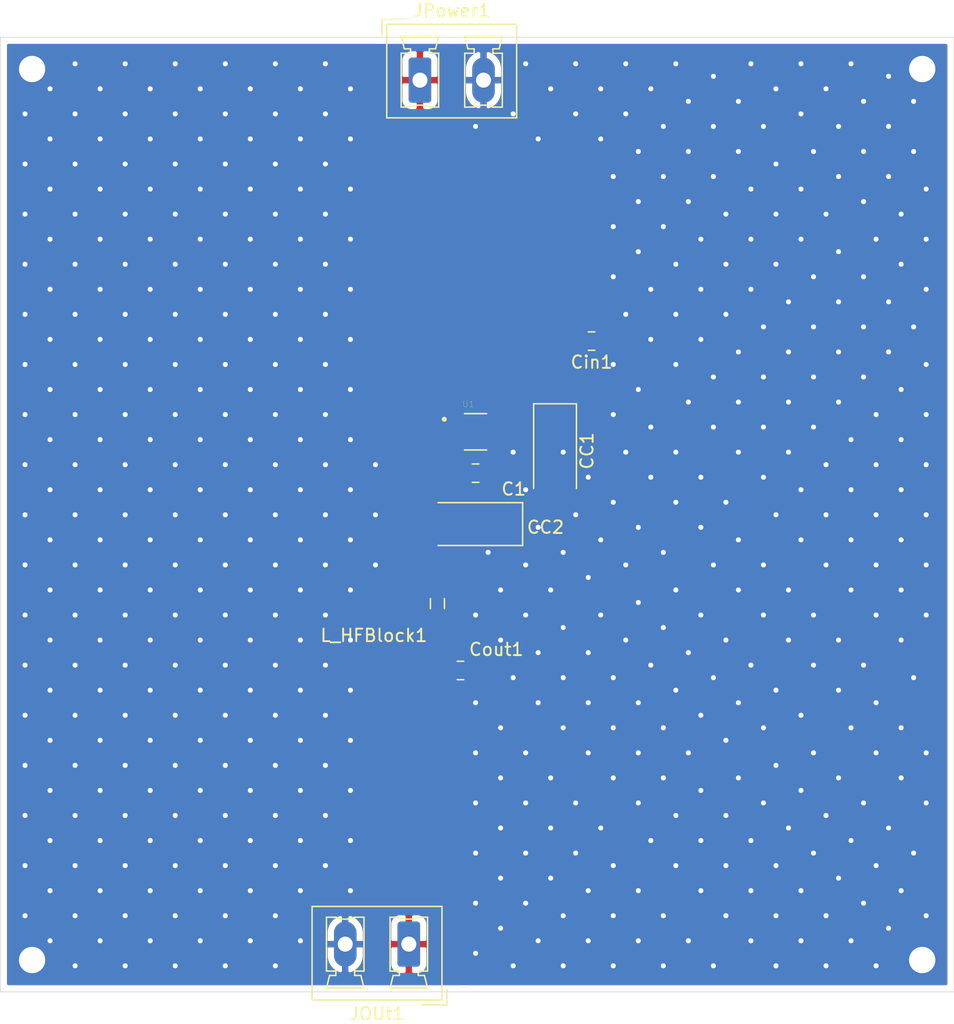
<source format=kicad_pcb>
(kicad_pcb (version 20171130) (host pcbnew "(5.1.9)-1")

  (general
    (thickness 1.6)
    (drawings 4)
    (tracks 563)
    (zones 0)
    (modules 9)
    (nets 7)
  )

  (page A4)
  (layers
    (0 F.Cu signal)
    (31 B.Cu signal)
    (32 B.Adhes user)
    (33 F.Adhes user)
    (34 B.Paste user)
    (35 F.Paste user)
    (36 B.SilkS user)
    (37 F.SilkS user)
    (38 B.Mask user)
    (39 F.Mask user)
    (40 Dwgs.User user)
    (41 Cmts.User user)
    (42 Eco1.User user)
    (43 Eco2.User user)
    (44 Edge.Cuts user)
    (45 Margin user)
    (46 B.CrtYd user)
    (47 F.CrtYd user)
    (48 B.Fab user)
    (49 F.Fab user)
  )

  (setup
    (last_trace_width 0.5)
    (user_trace_width 0.5)
    (user_trace_width 1)
    (user_trace_width 2)
    (trace_clearance 0.2)
    (zone_clearance 0.508)
    (zone_45_only no)
    (trace_min 0.2)
    (via_size 0.8)
    (via_drill 0.4)
    (via_min_size 0.4)
    (via_min_drill 0.3)
    (user_via 2.2 2.1)
    (uvia_size 0.3)
    (uvia_drill 0.1)
    (uvias_allowed no)
    (uvia_min_size 0.2)
    (uvia_min_drill 0.1)
    (edge_width 0.05)
    (segment_width 0.2)
    (pcb_text_width 0.3)
    (pcb_text_size 1.5 1.5)
    (mod_edge_width 0.12)
    (mod_text_size 1 1)
    (mod_text_width 0.15)
    (pad_size 1.524 1.524)
    (pad_drill 0.762)
    (pad_to_mask_clearance 0)
    (aux_axis_origin 0 0)
    (visible_elements 7FFFFFFF)
    (pcbplotparams
      (layerselection 0x010fc_ffffffff)
      (usegerberextensions false)
      (usegerberattributes true)
      (usegerberadvancedattributes true)
      (creategerberjobfile true)
      (excludeedgelayer true)
      (linewidth 0.100000)
      (plotframeref false)
      (viasonmask false)
      (mode 1)
      (useauxorigin false)
      (hpglpennumber 1)
      (hpglpenspeed 20)
      (hpglpendiameter 15.000000)
      (psnegative false)
      (psa4output false)
      (plotreference true)
      (plotvalue true)
      (plotinvisibletext false)
      (padsonsilk false)
      (subtractmaskfromsilk false)
      (outputformat 1)
      (mirror false)
      (drillshape 1)
      (scaleselection 1)
      (outputdirectory ""))
  )

  (net 0 "")
  (net 1 +5V)
  (net 2 GND)
  (net 3 /C-)
  (net 4 /C+)
  (net 5 /Vout)
  (net 6 "Net-(Cout1-Pad1)")

  (net_class Default "This is the default net class."
    (clearance 0.2)
    (trace_width 0.25)
    (via_dia 0.8)
    (via_drill 0.4)
    (uvia_dia 0.3)
    (uvia_drill 0.1)
    (add_net +5V)
    (add_net /C+)
    (add_net /C-)
    (add_net /Vout)
    (add_net GND)
    (add_net "Net-(Cout1-Pad1)")
  )

  (module Inductor_SMD:L_0805_2012Metric (layer F.Cu) (tedit 5F68FEF0) (tstamp 6046FDD6)
    (at 131.445 106.172 270)
    (descr "Inductor SMD 0805 (2012 Metric), square (rectangular) end terminal, IPC_7351 nominal, (Body size source: IPC-SM-782 page 80, https://www.pcb-3d.com/wordpress/wp-content/uploads/ipc-sm-782a_amendment_1_and_2.pdf), generated with kicad-footprint-generator")
    (tags inductor)
    (path /60483AD0)
    (attr smd)
    (fp_text reference L_HFBlock1 (at 2.54 5.08 180) (layer F.SilkS)
      (effects (font (size 1 1) (thickness 0.15)))
    )
    (fp_text value Big (at 0 1.55 90) (layer F.Fab)
      (effects (font (size 1 1) (thickness 0.15)))
    )
    (fp_text user %R (at 0 0 90) (layer F.Fab)
      (effects (font (size 0.5 0.5) (thickness 0.08)))
    )
    (fp_line (start -1 0.45) (end -1 -0.45) (layer F.Fab) (width 0.1))
    (fp_line (start -1 -0.45) (end 1 -0.45) (layer F.Fab) (width 0.1))
    (fp_line (start 1 -0.45) (end 1 0.45) (layer F.Fab) (width 0.1))
    (fp_line (start 1 0.45) (end -1 0.45) (layer F.Fab) (width 0.1))
    (fp_line (start -0.399622 -0.56) (end 0.399622 -0.56) (layer F.SilkS) (width 0.12))
    (fp_line (start -0.399622 0.56) (end 0.399622 0.56) (layer F.SilkS) (width 0.12))
    (fp_line (start -1.75 0.85) (end -1.75 -0.85) (layer F.CrtYd) (width 0.05))
    (fp_line (start -1.75 -0.85) (end 1.75 -0.85) (layer F.CrtYd) (width 0.05))
    (fp_line (start 1.75 -0.85) (end 1.75 0.85) (layer F.CrtYd) (width 0.05))
    (fp_line (start 1.75 0.85) (end -1.75 0.85) (layer F.CrtYd) (width 0.05))
    (pad 2 smd roundrect (at 1.0625 0 270) (size 0.875 1.2) (layers F.Cu F.Paste F.Mask) (roundrect_rratio 0.25)
      (net 6 "Net-(Cout1-Pad1)"))
    (pad 1 smd roundrect (at -1.0625 0 270) (size 0.875 1.2) (layers F.Cu F.Paste F.Mask) (roundrect_rratio 0.25)
      (net 5 /Vout))
    (model ${KISYS3DMOD}/Inductor_SMD.3dshapes/L_0805_2012Metric.wrl
      (at (xyz 0 0 0))
      (scale (xyz 1 1 1))
      (rotate (xyz 0 0 0))
    )
  )

  (module Capacitor_SMD:C_0805_2012Metric (layer F.Cu) (tedit 5F68FEEE) (tstamp 6046F922)
    (at 133.289 111.506)
    (descr "Capacitor SMD 0805 (2012 Metric), square (rectangular) end terminal, IPC_7351 nominal, (Body size source: IPC-SM-782 page 76, https://www.pcb-3d.com/wordpress/wp-content/uploads/ipc-sm-782a_amendment_1_and_2.pdf, https://docs.google.com/spreadsheets/d/1BsfQQcO9C6DZCsRaXUlFlo91Tg2WpOkGARC1WS5S8t0/edit?usp=sharing), generated with kicad-footprint-generator")
    (tags capacitor)
    (path /60487BC7)
    (attr smd)
    (fp_text reference Cout1 (at 2.86 -1.68) (layer F.SilkS)
      (effects (font (size 1 1) (thickness 0.15)))
    )
    (fp_text value 1u (at 0 1.68) (layer F.Fab)
      (effects (font (size 1 1) (thickness 0.15)))
    )
    (fp_line (start 1.7 0.98) (end -1.7 0.98) (layer F.CrtYd) (width 0.05))
    (fp_line (start 1.7 -0.98) (end 1.7 0.98) (layer F.CrtYd) (width 0.05))
    (fp_line (start -1.7 -0.98) (end 1.7 -0.98) (layer F.CrtYd) (width 0.05))
    (fp_line (start -1.7 0.98) (end -1.7 -0.98) (layer F.CrtYd) (width 0.05))
    (fp_line (start -0.261252 0.735) (end 0.261252 0.735) (layer F.SilkS) (width 0.12))
    (fp_line (start -0.261252 -0.735) (end 0.261252 -0.735) (layer F.SilkS) (width 0.12))
    (fp_line (start 1 0.625) (end -1 0.625) (layer F.Fab) (width 0.1))
    (fp_line (start 1 -0.625) (end 1 0.625) (layer F.Fab) (width 0.1))
    (fp_line (start -1 -0.625) (end 1 -0.625) (layer F.Fab) (width 0.1))
    (fp_line (start -1 0.625) (end -1 -0.625) (layer F.Fab) (width 0.1))
    (fp_text user %R (at 0.63 3.81) (layer F.Fab)
      (effects (font (size 0.5 0.5) (thickness 0.08)))
    )
    (pad 2 smd roundrect (at 0.95 0) (size 1 1.45) (layers F.Cu F.Paste F.Mask) (roundrect_rratio 0.25)
      (net 2 GND))
    (pad 1 smd roundrect (at -0.95 0) (size 1 1.45) (layers F.Cu F.Paste F.Mask) (roundrect_rratio 0.25)
      (net 6 "Net-(Cout1-Pad1)"))
    (model ${KISYS3DMOD}/Capacitor_SMD.3dshapes/C_0805_2012Metric.wrl
      (at (xyz 0 0 0))
      (scale (xyz 1 1 1))
      (rotate (xyz 0 0 0))
    )
  )

  (module Capacitor_SMD:C_0805_2012Metric (layer F.Cu) (tedit 5F68FEEE) (tstamp 6046F911)
    (at 143.764 85.217 180)
    (descr "Capacitor SMD 0805 (2012 Metric), square (rectangular) end terminal, IPC_7351 nominal, (Body size source: IPC-SM-782 page 76, https://www.pcb-3d.com/wordpress/wp-content/uploads/ipc-sm-782a_amendment_1_and_2.pdf, https://docs.google.com/spreadsheets/d/1BsfQQcO9C6DZCsRaXUlFlo91Tg2WpOkGARC1WS5S8t0/edit?usp=sharing), generated with kicad-footprint-generator")
    (tags capacitor)
    (path /60487377)
    (attr smd)
    (fp_text reference Cin1 (at 0 -1.68) (layer F.SilkS)
      (effects (font (size 1 1) (thickness 0.15)))
    )
    (fp_text value 1u (at 0 1.68) (layer F.Fab)
      (effects (font (size 1 1) (thickness 0.15)))
    )
    (fp_line (start 1.7 0.98) (end -1.7 0.98) (layer F.CrtYd) (width 0.05))
    (fp_line (start 1.7 -0.98) (end 1.7 0.98) (layer F.CrtYd) (width 0.05))
    (fp_line (start -1.7 -0.98) (end 1.7 -0.98) (layer F.CrtYd) (width 0.05))
    (fp_line (start -1.7 0.98) (end -1.7 -0.98) (layer F.CrtYd) (width 0.05))
    (fp_line (start -0.261252 0.735) (end 0.261252 0.735) (layer F.SilkS) (width 0.12))
    (fp_line (start -0.261252 -0.735) (end 0.261252 -0.735) (layer F.SilkS) (width 0.12))
    (fp_line (start 1 0.625) (end -1 0.625) (layer F.Fab) (width 0.1))
    (fp_line (start 1 -0.625) (end 1 0.625) (layer F.Fab) (width 0.1))
    (fp_line (start -1 -0.625) (end 1 -0.625) (layer F.Fab) (width 0.1))
    (fp_line (start -1 0.625) (end -1 -0.625) (layer F.Fab) (width 0.1))
    (fp_text user %R (at 0 0) (layer F.Fab)
      (effects (font (size 0.5 0.5) (thickness 0.08)))
    )
    (pad 2 smd roundrect (at 0.95 0 180) (size 1 1.45) (layers F.Cu F.Paste F.Mask) (roundrect_rratio 0.25)
      (net 1 +5V))
    (pad 1 smd roundrect (at -0.95 0 180) (size 1 1.45) (layers F.Cu F.Paste F.Mask) (roundrect_rratio 0.25)
      (net 2 GND))
    (model ${KISYS3DMOD}/Capacitor_SMD.3dshapes/C_0805_2012Metric.wrl
      (at (xyz 0 0 0))
      (scale (xyz 1 1 1))
      (rotate (xyz 0 0 0))
    )
  )

  (module Capacitor_Tantalum_SMD:CP_EIA-6032-28_Kemet-C (layer F.Cu) (tedit 5EBA9318) (tstamp 6046EE81)
    (at 134.493 99.822 180)
    (descr "Tantalum Capacitor SMD Kemet-C (6032-28 Metric), IPC_7351 nominal, (Body size from: http://www.kemet.com/Lists/ProductCatalog/Attachments/253/KEM_TC101_STD.pdf), generated with kicad-footprint-generator")
    (tags "capacitor tantalum")
    (path /6047990A)
    (attr smd)
    (fp_text reference CC2 (at -5.588 -0.254) (layer F.SilkS)
      (effects (font (size 1 1) (thickness 0.15)))
    )
    (fp_text value 10uF (at 5.842 1.016) (layer F.Fab)
      (effects (font (size 1 1) (thickness 0.15)))
    )
    (fp_line (start 3.75 1.85) (end -3.75 1.85) (layer F.CrtYd) (width 0.05))
    (fp_line (start 3.75 -1.85) (end 3.75 1.85) (layer F.CrtYd) (width 0.05))
    (fp_line (start -3.75 -1.85) (end 3.75 -1.85) (layer F.CrtYd) (width 0.05))
    (fp_line (start -3.75 1.85) (end -3.75 -1.85) (layer F.CrtYd) (width 0.05))
    (fp_line (start -3.76 1.71) (end 3 1.71) (layer F.SilkS) (width 0.12))
    (fp_line (start -3.76 -1.71) (end -3.76 1.71) (layer F.SilkS) (width 0.12))
    (fp_line (start 3 -1.71) (end -3.76 -1.71) (layer F.SilkS) (width 0.12))
    (fp_line (start 3 1.6) (end 3 -1.6) (layer F.Fab) (width 0.1))
    (fp_line (start -3 1.6) (end 3 1.6) (layer F.Fab) (width 0.1))
    (fp_line (start -3 -0.8) (end -3 1.6) (layer F.Fab) (width 0.1))
    (fp_line (start -2.2 -1.6) (end -3 -0.8) (layer F.Fab) (width 0.1))
    (fp_line (start 3 -1.6) (end -2.2 -1.6) (layer F.Fab) (width 0.1))
    (fp_text user %R (at 5.842 -0.508) (layer F.Fab)
      (effects (font (size 1 1) (thickness 0.15)))
    )
    (pad 2 smd roundrect (at 2.4625 0 180) (size 2.075 2.35) (layers F.Cu F.Paste F.Mask) (roundrect_rratio 0.120482)
      (net 5 /Vout))
    (pad 1 smd roundrect (at -2.4625 0 180) (size 2.075 2.35) (layers F.Cu F.Paste F.Mask) (roundrect_rratio 0.120482)
      (net 2 GND))
    (model ${KISYS3DMOD}/Capacitor_Tantalum_SMD.3dshapes/CP_EIA-6032-28_Kemet-C.wrl
      (at (xyz 0 0 0))
      (scale (xyz 1 1 1))
      (rotate (xyz 0 0 0))
    )
  )

  (module Capacitor_Tantalum_SMD:CP_EIA-6032-28_Kemet-C (layer F.Cu) (tedit 5EBA9318) (tstamp 6046EE6E)
    (at 140.843 93.98 270)
    (descr "Tantalum Capacitor SMD Kemet-C (6032-28 Metric), IPC_7351 nominal, (Body size from: http://www.kemet.com/Lists/ProductCatalog/Attachments/253/KEM_TC101_STD.pdf), generated with kicad-footprint-generator")
    (tags "capacitor tantalum")
    (path /6047B06E)
    (attr smd)
    (fp_text reference CC1 (at 0 -2.55 90) (layer F.SilkS)
      (effects (font (size 1 1) (thickness 0.15)))
    )
    (fp_text value 10uF (at -4.572 0 180) (layer F.Fab)
      (effects (font (size 1 1) (thickness 0.15)))
    )
    (fp_line (start 3.75 1.85) (end -3.75 1.85) (layer F.CrtYd) (width 0.05))
    (fp_line (start 3.75 -1.85) (end 3.75 1.85) (layer F.CrtYd) (width 0.05))
    (fp_line (start -3.75 -1.85) (end 3.75 -1.85) (layer F.CrtYd) (width 0.05))
    (fp_line (start -3.75 1.85) (end -3.75 -1.85) (layer F.CrtYd) (width 0.05))
    (fp_line (start -3.76 1.71) (end 3 1.71) (layer F.SilkS) (width 0.12))
    (fp_line (start -3.76 -1.71) (end -3.76 1.71) (layer F.SilkS) (width 0.12))
    (fp_line (start 3 -1.71) (end -3.76 -1.71) (layer F.SilkS) (width 0.12))
    (fp_line (start 3 1.6) (end 3 -1.6) (layer F.Fab) (width 0.1))
    (fp_line (start -3 1.6) (end 3 1.6) (layer F.Fab) (width 0.1))
    (fp_line (start -3 -0.8) (end -3 1.6) (layer F.Fab) (width 0.1))
    (fp_line (start -2.2 -1.6) (end -3 -0.8) (layer F.Fab) (width 0.1))
    (fp_line (start 3 -1.6) (end -2.2 -1.6) (layer F.Fab) (width 0.1))
    (fp_text user %R (at -2.794 -3.556 180) (layer F.Fab)
      (effects (font (size 1 1) (thickness 0.15)))
    )
    (pad 2 smd roundrect (at 2.4625 0 270) (size 2.075 2.35) (layers F.Cu F.Paste F.Mask) (roundrect_rratio 0.120482)
      (net 2 GND))
    (pad 1 smd roundrect (at -2.4625 0 270) (size 2.075 2.35) (layers F.Cu F.Paste F.Mask) (roundrect_rratio 0.120482)
      (net 1 +5V))
    (model ${KISYS3DMOD}/Capacitor_Tantalum_SMD.3dshapes/CP_EIA-6032-28_Kemet-C.wrl
      (at (xyz 0 0 0))
      (scale (xyz 1 1 1))
      (rotate (xyz 0 0 0))
    )
  )

  (module AdditionalLibs:SOT95P280X100-6N (layer F.Cu) (tedit 604678EB) (tstamp 6046E02E)
    (at 134.493 92.456)
    (path /6046819A)
    (fp_text reference U1 (at -0.576885 -2.208177) (layer F.SilkS)
      (effects (font (size 0.480735 0.480735) (thickness 0.015)))
    )
    (fp_text value LTC1983ES6-5#TRPBF (at -5.334 0.508) (layer F.Fab)
      (effects (font (size 0.480864 0.480864) (thickness 0.015)))
    )
    (fp_circle (center -2.5 -1) (end -2.4 -1) (layer F.Fab) (width 0.2))
    (fp_circle (center -2.5 -1) (end -2.4 -1) (layer F.SilkS) (width 0.2))
    (fp_line (start -0.88 1.45) (end 0.88 1.45) (layer F.SilkS) (width 0.127))
    (fp_line (start -0.88 -1.45) (end 0.88 -1.45) (layer F.SilkS) (width 0.127))
    (fp_line (start 2.06 -1.48) (end 2.06 1.48) (layer F.CrtYd) (width 0.05))
    (fp_line (start -2.06 1.48) (end -2.06 -1.48) (layer F.CrtYd) (width 0.05))
    (fp_line (start -1.13 1.48) (end -2.06 1.48) (layer F.CrtYd) (width 0.05))
    (fp_line (start -1.13 1.7) (end -1.13 1.48) (layer F.CrtYd) (width 0.05))
    (fp_line (start 1.13 1.7) (end -1.13 1.7) (layer F.CrtYd) (width 0.05))
    (fp_line (start 1.13 1.48) (end 1.13 1.7) (layer F.CrtYd) (width 0.05))
    (fp_line (start 2.06 1.48) (end 1.13 1.48) (layer F.CrtYd) (width 0.05))
    (fp_line (start 1.13 -1.48) (end 2.06 -1.48) (layer F.CrtYd) (width 0.05))
    (fp_line (start 1.13 -1.7) (end 1.13 -1.48) (layer F.CrtYd) (width 0.05))
    (fp_line (start -1.13 -1.7) (end 1.13 -1.7) (layer F.CrtYd) (width 0.05))
    (fp_line (start -1.13 -1.48) (end -1.13 -1.7) (layer F.CrtYd) (width 0.05))
    (fp_line (start -2.06 -1.48) (end -1.13 -1.48) (layer F.CrtYd) (width 0.05))
    (fp_line (start 0.88 1.45) (end -0.88 1.45) (layer F.Fab) (width 0.127))
    (fp_line (start 0.88 -1.45) (end 0.88 1.45) (layer F.Fab) (width 0.127))
    (fp_line (start -0.88 -1.45) (end 0.88 -1.45) (layer F.Fab) (width 0.127))
    (fp_line (start -0.88 1.45) (end -0.88 -1.45) (layer F.Fab) (width 0.127))
    (pad 6 smd rect (at 1.185 -0.95) (size 1.24 0.55) (layers F.Cu F.Paste F.Mask)
      (net 1 +5V))
    (pad 5 smd rect (at 1.185 0) (size 1.24 0.55) (layers F.Cu F.Paste F.Mask)
      (net 2 GND))
    (pad 4 smd rect (at 1.185 0.95) (size 1.24 0.55) (layers F.Cu F.Paste F.Mask)
      (net 3 /C-))
    (pad 3 smd rect (at -1.185 0.95) (size 1.24 0.55) (layers F.Cu F.Paste F.Mask)
      (net 4 /C+))
    (pad 2 smd rect (at -1.185 0) (size 1.24 0.55) (layers F.Cu F.Paste F.Mask)
      (net 5 /Vout))
    (pad 1 smd rect (at -1.185 -0.95) (size 1.24 0.55) (layers F.Cu F.Paste F.Mask)
      (net 1 +5V))
  )

  (module Connector_Phoenix_MC_HighVoltage:PhoenixContact_MCV_1,5_2-G-5.08_1x02_P5.08mm_Vertical (layer F.Cu) (tedit 5B784ED3) (tstamp 6046E010)
    (at 130.048 64.389)
    (descr "Generic Phoenix Contact connector footprint for: MCV_1,5/2-G-5.08; number of pins: 02; pin pitch: 5.08mm; Vertical || order number: 1836299 8A 320V")
    (tags "phoenix_contact connector MCV_01x02_G_5.08mm")
    (path /604729DD)
    (fp_text reference JPower1 (at 2.54 -5.55) (layer F.SilkS)
      (effects (font (size 1 1) (thickness 0.15)))
    )
    (fp_text value Conn_01x02 (at 2.54 4.1) (layer F.Fab)
      (effects (font (size 1 1) (thickness 0.15)))
    )
    (fp_line (start -3.04 -4.85) (end -1.04 -4.85) (layer F.Fab) (width 0.1))
    (fp_line (start -3.04 -3.6) (end -3.04 -4.85) (layer F.Fab) (width 0.1))
    (fp_line (start -3.04 -4.85) (end -1.04 -4.85) (layer F.SilkS) (width 0.12))
    (fp_line (start -3.04 -3.6) (end -3.04 -4.85) (layer F.SilkS) (width 0.12))
    (fp_line (start 8.12 -4.85) (end -3.04 -4.85) (layer F.CrtYd) (width 0.05))
    (fp_line (start 8.12 3.4) (end 8.12 -4.85) (layer F.CrtYd) (width 0.05))
    (fp_line (start -3.04 3.4) (end 8.12 3.4) (layer F.CrtYd) (width 0.05))
    (fp_line (start -3.04 -4.85) (end -3.04 3.4) (layer F.CrtYd) (width 0.05))
    (fp_line (start 6.58 2.15) (end 5.83 2.15) (layer F.SilkS) (width 0.12))
    (fp_line (start 6.58 -2.15) (end 6.58 2.15) (layer F.SilkS) (width 0.12))
    (fp_line (start 5.83 -2.15) (end 6.58 -2.15) (layer F.SilkS) (width 0.12))
    (fp_line (start 5.83 -2.5) (end 5.83 -2.15) (layer F.SilkS) (width 0.12))
    (fp_line (start 6.33 -2.5) (end 5.83 -2.5) (layer F.SilkS) (width 0.12))
    (fp_line (start 6.58 -3.5) (end 6.33 -2.5) (layer F.SilkS) (width 0.12))
    (fp_line (start 3.58 -3.5) (end 6.58 -3.5) (layer F.SilkS) (width 0.12))
    (fp_line (start 3.83 -2.5) (end 3.58 -3.5) (layer F.SilkS) (width 0.12))
    (fp_line (start 4.33 -2.5) (end 3.83 -2.5) (layer F.SilkS) (width 0.12))
    (fp_line (start 4.33 -2.15) (end 4.33 -2.5) (layer F.SilkS) (width 0.12))
    (fp_line (start 3.58 -2.15) (end 4.33 -2.15) (layer F.SilkS) (width 0.12))
    (fp_line (start 3.58 2.15) (end 3.58 -2.15) (layer F.SilkS) (width 0.12))
    (fp_line (start 4.33 2.15) (end 3.58 2.15) (layer F.SilkS) (width 0.12))
    (fp_line (start 1.5 2.15) (end 0.75 2.15) (layer F.SilkS) (width 0.12))
    (fp_line (start 1.5 -2.15) (end 1.5 2.15) (layer F.SilkS) (width 0.12))
    (fp_line (start 0.75 -2.15) (end 1.5 -2.15) (layer F.SilkS) (width 0.12))
    (fp_line (start 0.75 -2.5) (end 0.75 -2.15) (layer F.SilkS) (width 0.12))
    (fp_line (start 1.25 -2.5) (end 0.75 -2.5) (layer F.SilkS) (width 0.12))
    (fp_line (start 1.5 -3.5) (end 1.25 -2.5) (layer F.SilkS) (width 0.12))
    (fp_line (start -1.5 -3.5) (end 1.5 -3.5) (layer F.SilkS) (width 0.12))
    (fp_line (start -1.25 -2.5) (end -1.5 -3.5) (layer F.SilkS) (width 0.12))
    (fp_line (start -0.75 -2.5) (end -1.25 -2.5) (layer F.SilkS) (width 0.12))
    (fp_line (start -0.75 -2.15) (end -0.75 -2.5) (layer F.SilkS) (width 0.12))
    (fp_line (start -1.5 -2.15) (end -0.75 -2.15) (layer F.SilkS) (width 0.12))
    (fp_line (start -1.5 2.15) (end -1.5 -2.15) (layer F.SilkS) (width 0.12))
    (fp_line (start -0.75 2.15) (end -1.5 2.15) (layer F.SilkS) (width 0.12))
    (fp_line (start 7.62 -4.35) (end -2.54 -4.35) (layer F.Fab) (width 0.1))
    (fp_line (start 7.62 2.9) (end 7.62 -4.35) (layer F.Fab) (width 0.1))
    (fp_line (start -2.54 2.9) (end 7.62 2.9) (layer F.Fab) (width 0.1))
    (fp_line (start -2.54 -4.35) (end -2.54 2.9) (layer F.Fab) (width 0.1))
    (fp_line (start 7.73 -4.46) (end -2.65 -4.46) (layer F.SilkS) (width 0.12))
    (fp_line (start 7.73 3.01) (end 7.73 -4.46) (layer F.SilkS) (width 0.12))
    (fp_line (start -2.65 3.01) (end 7.73 3.01) (layer F.SilkS) (width 0.12))
    (fp_line (start -2.65 -4.46) (end -2.65 3.01) (layer F.SilkS) (width 0.12))
    (fp_text user %R (at 6.858 -0.254) (layer F.Fab)
      (effects (font (size 1 1) (thickness 0.15)))
    )
    (fp_arc (start 5.08 3.85) (end 4.33 2.15) (angle 47.6) (layer F.SilkS) (width 0.12))
    (fp_arc (start 0 3.85) (end -0.75 2.15) (angle 47.6) (layer F.SilkS) (width 0.12))
    (pad 2 thru_hole oval (at 5.08 0) (size 1.8 3.6) (drill 1.2) (layers *.Cu *.Mask)
      (net 2 GND))
    (pad 1 thru_hole roundrect (at 0 0) (size 1.8 3.6) (drill 1.2) (layers *.Cu *.Mask) (roundrect_rratio 0.138889)
      (net 1 +5V))
    (model ${KISYS3DMOD}/Connector_Phoenix_MC_HighVoltage.3dshapes/PhoenixContact_MCV_1,5_2-G-5.08_1x02_P5.08mm_Vertical.wrl
      (at (xyz 0 0 0))
      (scale (xyz 1 1 1))
      (rotate (xyz 0 0 0))
    )
  )

  (module Connector_Phoenix_MC_HighVoltage:PhoenixContact_MCV_1,5_2-G-5.08_1x02_P5.08mm_Vertical (layer F.Cu) (tedit 5B784ED3) (tstamp 6046DFDD)
    (at 129.159 133.35 180)
    (descr "Generic Phoenix Contact connector footprint for: MCV_1,5/2-G-5.08; number of pins: 02; pin pitch: 5.08mm; Vertical || order number: 1836299 8A 320V")
    (tags "phoenix_contact connector MCV_01x02_G_5.08mm")
    (path /60470170)
    (fp_text reference JOUt1 (at 2.54 -5.55) (layer F.SilkS)
      (effects (font (size 1 1) (thickness 0.15)))
    )
    (fp_text value Conn_01x02 (at 2.54 4.1) (layer F.Fab)
      (effects (font (size 1 1) (thickness 0.15)))
    )
    (fp_line (start -3.04 -4.85) (end -1.04 -4.85) (layer F.Fab) (width 0.1))
    (fp_line (start -3.04 -3.6) (end -3.04 -4.85) (layer F.Fab) (width 0.1))
    (fp_line (start -3.04 -4.85) (end -1.04 -4.85) (layer F.SilkS) (width 0.12))
    (fp_line (start -3.04 -3.6) (end -3.04 -4.85) (layer F.SilkS) (width 0.12))
    (fp_line (start 8.12 -4.85) (end -3.04 -4.85) (layer F.CrtYd) (width 0.05))
    (fp_line (start 8.12 3.4) (end 8.12 -4.85) (layer F.CrtYd) (width 0.05))
    (fp_line (start -3.04 3.4) (end 8.12 3.4) (layer F.CrtYd) (width 0.05))
    (fp_line (start -3.04 -4.85) (end -3.04 3.4) (layer F.CrtYd) (width 0.05))
    (fp_line (start 6.58 2.15) (end 5.83 2.15) (layer F.SilkS) (width 0.12))
    (fp_line (start 6.58 -2.15) (end 6.58 2.15) (layer F.SilkS) (width 0.12))
    (fp_line (start 5.83 -2.15) (end 6.58 -2.15) (layer F.SilkS) (width 0.12))
    (fp_line (start 5.83 -2.5) (end 5.83 -2.15) (layer F.SilkS) (width 0.12))
    (fp_line (start 6.33 -2.5) (end 5.83 -2.5) (layer F.SilkS) (width 0.12))
    (fp_line (start 6.58 -3.5) (end 6.33 -2.5) (layer F.SilkS) (width 0.12))
    (fp_line (start 3.58 -3.5) (end 6.58 -3.5) (layer F.SilkS) (width 0.12))
    (fp_line (start 3.83 -2.5) (end 3.58 -3.5) (layer F.SilkS) (width 0.12))
    (fp_line (start 4.33 -2.5) (end 3.83 -2.5) (layer F.SilkS) (width 0.12))
    (fp_line (start 4.33 -2.15) (end 4.33 -2.5) (layer F.SilkS) (width 0.12))
    (fp_line (start 3.58 -2.15) (end 4.33 -2.15) (layer F.SilkS) (width 0.12))
    (fp_line (start 3.58 2.15) (end 3.58 -2.15) (layer F.SilkS) (width 0.12))
    (fp_line (start 4.33 2.15) (end 3.58 2.15) (layer F.SilkS) (width 0.12))
    (fp_line (start 1.5 2.15) (end 0.75 2.15) (layer F.SilkS) (width 0.12))
    (fp_line (start 1.5 -2.15) (end 1.5 2.15) (layer F.SilkS) (width 0.12))
    (fp_line (start 0.75 -2.15) (end 1.5 -2.15) (layer F.SilkS) (width 0.12))
    (fp_line (start 0.75 -2.5) (end 0.75 -2.15) (layer F.SilkS) (width 0.12))
    (fp_line (start 1.25 -2.5) (end 0.75 -2.5) (layer F.SilkS) (width 0.12))
    (fp_line (start 1.5 -3.5) (end 1.25 -2.5) (layer F.SilkS) (width 0.12))
    (fp_line (start -1.5 -3.5) (end 1.5 -3.5) (layer F.SilkS) (width 0.12))
    (fp_line (start -1.25 -2.5) (end -1.5 -3.5) (layer F.SilkS) (width 0.12))
    (fp_line (start -0.75 -2.5) (end -1.25 -2.5) (layer F.SilkS) (width 0.12))
    (fp_line (start -0.75 -2.15) (end -0.75 -2.5) (layer F.SilkS) (width 0.12))
    (fp_line (start -1.5 -2.15) (end -0.75 -2.15) (layer F.SilkS) (width 0.12))
    (fp_line (start -1.5 2.15) (end -1.5 -2.15) (layer F.SilkS) (width 0.12))
    (fp_line (start -0.75 2.15) (end -1.5 2.15) (layer F.SilkS) (width 0.12))
    (fp_line (start 7.62 -4.35) (end -2.54 -4.35) (layer F.Fab) (width 0.1))
    (fp_line (start 7.62 2.9) (end 7.62 -4.35) (layer F.Fab) (width 0.1))
    (fp_line (start -2.54 2.9) (end 7.62 2.9) (layer F.Fab) (width 0.1))
    (fp_line (start -2.54 -4.35) (end -2.54 2.9) (layer F.Fab) (width 0.1))
    (fp_line (start 7.73 -4.46) (end -2.65 -4.46) (layer F.SilkS) (width 0.12))
    (fp_line (start 7.73 3.01) (end 7.73 -4.46) (layer F.SilkS) (width 0.12))
    (fp_line (start -2.65 3.01) (end 7.73 3.01) (layer F.SilkS) (width 0.12))
    (fp_line (start -2.65 -4.46) (end -2.65 3.01) (layer F.SilkS) (width 0.12))
    (fp_text user %R (at 2.54 -3.65) (layer F.Fab)
      (effects (font (size 1 1) (thickness 0.15)))
    )
    (fp_arc (start 5.08 3.85) (end 4.33 2.15) (angle 47.6) (layer F.SilkS) (width 0.12))
    (fp_arc (start 0 3.85) (end -0.75 2.15) (angle 47.6) (layer F.SilkS) (width 0.12))
    (pad 2 thru_hole oval (at 5.08 0 180) (size 1.8 3.6) (drill 1.2) (layers *.Cu *.Mask)
      (net 2 GND))
    (pad 1 thru_hole roundrect (at 0 0 180) (size 1.8 3.6) (drill 1.2) (layers *.Cu *.Mask) (roundrect_rratio 0.138889)
      (net 6 "Net-(Cout1-Pad1)"))
    (model ${KISYS3DMOD}/Connector_Phoenix_MC_HighVoltage.3dshapes/PhoenixContact_MCV_1,5_2-G-5.08_1x02_P5.08mm_Vertical.wrl
      (at (xyz 0 0 0))
      (scale (xyz 1 1 1))
      (rotate (xyz 0 0 0))
    )
  )

  (module Capacitor_SMD:C_0805_2012Metric (layer F.Cu) (tedit 5F68FEEE) (tstamp 6046DF84)
    (at 134.493 95.758)
    (descr "Capacitor SMD 0805 (2012 Metric), square (rectangular) end terminal, IPC_7351 nominal, (Body size source: IPC-SM-782 page 76, https://www.pcb-3d.com/wordpress/wp-content/uploads/ipc-sm-782a_amendment_1_and_2.pdf, https://docs.google.com/spreadsheets/d/1BsfQQcO9C6DZCsRaXUlFlo91Tg2WpOkGARC1WS5S8t0/edit?usp=sharing), generated with kicad-footprint-generator")
    (tags capacitor)
    (path /6046EB2D)
    (attr smd)
    (fp_text reference C1 (at 3.048 1.27) (layer F.SilkS)
      (effects (font (size 1 1) (thickness 0.15)))
    )
    (fp_text value 1u (at -3.048 0) (layer F.Fab)
      (effects (font (size 1 1) (thickness 0.15)))
    )
    (fp_line (start 1.7 0.98) (end -1.7 0.98) (layer F.CrtYd) (width 0.05))
    (fp_line (start 1.7 -0.98) (end 1.7 0.98) (layer F.CrtYd) (width 0.05))
    (fp_line (start -1.7 -0.98) (end 1.7 -0.98) (layer F.CrtYd) (width 0.05))
    (fp_line (start -1.7 0.98) (end -1.7 -0.98) (layer F.CrtYd) (width 0.05))
    (fp_line (start -0.261252 0.735) (end 0.261252 0.735) (layer F.SilkS) (width 0.12))
    (fp_line (start -0.261252 -0.735) (end 0.261252 -0.735) (layer F.SilkS) (width 0.12))
    (fp_line (start 1 0.625) (end -1 0.625) (layer F.Fab) (width 0.1))
    (fp_line (start 1 -0.625) (end 1 0.625) (layer F.Fab) (width 0.1))
    (fp_line (start -1 -0.625) (end 1 -0.625) (layer F.Fab) (width 0.1))
    (fp_line (start -1 0.625) (end -1 -0.625) (layer F.Fab) (width 0.1))
    (fp_text user %R (at -2.794 -1.016) (layer F.Fab)
      (effects (font (size 0.5 0.5) (thickness 0.08)))
    )
    (pad 2 smd roundrect (at 0.95 0) (size 1 1.45) (layers F.Cu F.Paste F.Mask) (roundrect_rratio 0.25)
      (net 3 /C-))
    (pad 1 smd roundrect (at -0.95 0) (size 1 1.45) (layers F.Cu F.Paste F.Mask) (roundrect_rratio 0.25)
      (net 4 /C+))
    (model ${KISYS3DMOD}/Capacitor_SMD.3dshapes/C_0805_2012Metric.wrl
      (at (xyz 0 0 0))
      (scale (xyz 1 1 1))
      (rotate (xyz 0 0 0))
    )
  )

  (gr_line (start 172.72 137.16) (end 172.72 60.96) (layer Edge.Cuts) (width 0.05) (tstamp 6046F5D8))
  (gr_line (start 96.52 137.16) (end 172.72 137.16) (layer Edge.Cuts) (width 0.05) (tstamp 6046F5D8))
  (gr_line (start 96.52 137.16) (end 96.52 60.96) (layer Edge.Cuts) (width 0.05) (tstamp 6046F5D8))
  (gr_line (start 96.52 60.96) (end 172.72 60.96) (layer Edge.Cuts) (width 0.05))

  (segment (start 134.493 90.17) (end 134.493 91.44) (width 0.5) (layer F.Cu) (net 1))
  (segment (start 135.678 92.456) (end 135.636 92.456) (width 0.5) (layer F.Cu) (net 2))
  (segment (start 135.636 92.456) (end 136.652 92.456) (width 0.5) (layer F.Cu) (net 2))
  (segment (start 136.652 92.456) (end 136.906 92.71) (width 0.5) (layer F.Cu) (net 2))
  (via (at 98.494999 67.0815) (size 0.8) (drill 0.4) (layers F.Cu B.Cu) (net 2) (tstamp 21))
  (via (at 98.494999 71.0815) (size 0.8) (drill 0.4) (layers F.Cu B.Cu) (net 2) (tstamp 21))
  (via (at 98.494999 75.0815) (size 0.8) (drill 0.4) (layers F.Cu B.Cu) (net 2) (tstamp 21))
  (via (at 98.494999 79.0815) (size 0.8) (drill 0.4) (layers F.Cu B.Cu) (net 2) (tstamp 21))
  (via (at 98.494999 83.0815) (size 0.8) (drill 0.4) (layers F.Cu B.Cu) (net 2) (tstamp 21))
  (via (at 98.494999 87.0815) (size 0.8) (drill 0.4) (layers F.Cu B.Cu) (net 2) (tstamp 21))
  (via (at 98.494999 91.0815) (size 0.8) (drill 0.4) (layers F.Cu B.Cu) (net 2) (tstamp 21))
  (via (at 98.494999 95.0815) (size 0.8) (drill 0.4) (layers F.Cu B.Cu) (net 2) (tstamp 21))
  (via (at 98.494999 99.0815) (size 0.8) (drill 0.4) (layers F.Cu B.Cu) (net 2) (tstamp 21))
  (via (at 98.494999 103.0815) (size 0.8) (drill 0.4) (layers F.Cu B.Cu) (net 2) (tstamp 21))
  (via (at 98.494999 107.0815) (size 0.8) (drill 0.4) (layers F.Cu B.Cu) (net 2) (tstamp 21))
  (via (at 98.494999 111.0815) (size 0.8) (drill 0.4) (layers F.Cu B.Cu) (net 2) (tstamp 21))
  (via (at 98.494999 115.0815) (size 0.8) (drill 0.4) (layers F.Cu B.Cu) (net 2) (tstamp 21))
  (via (at 98.494999 119.0815) (size 0.8) (drill 0.4) (layers F.Cu B.Cu) (net 2) (tstamp 21))
  (via (at 98.494999 123.0815) (size 0.8) (drill 0.4) (layers F.Cu B.Cu) (net 2) (tstamp 21))
  (via (at 98.494999 127.0815) (size 0.8) (drill 0.4) (layers F.Cu B.Cu) (net 2) (tstamp 21))
  (via (at 98.494999 131.0815) (size 0.8) (drill 0.4) (layers F.Cu B.Cu) (net 2) (tstamp 21))
  (via (at 100.494999 65.0815) (size 0.8) (drill 0.4) (layers F.Cu B.Cu) (net 2) (tstamp 21))
  (via (at 100.494999 69.0815) (size 0.8) (drill 0.4) (layers F.Cu B.Cu) (net 2) (tstamp 21))
  (via (at 100.494999 73.0815) (size 0.8) (drill 0.4) (layers F.Cu B.Cu) (net 2) (tstamp 21))
  (via (at 100.494999 77.0815) (size 0.8) (drill 0.4) (layers F.Cu B.Cu) (net 2) (tstamp 21))
  (via (at 100.494999 81.0815) (size 0.8) (drill 0.4) (layers F.Cu B.Cu) (net 2) (tstamp 21))
  (via (at 100.494999 85.0815) (size 0.8) (drill 0.4) (layers F.Cu B.Cu) (net 2) (tstamp 21))
  (via (at 100.494999 89.0815) (size 0.8) (drill 0.4) (layers F.Cu B.Cu) (net 2) (tstamp 21))
  (via (at 100.494999 93.0815) (size 0.8) (drill 0.4) (layers F.Cu B.Cu) (net 2) (tstamp 21))
  (via (at 100.494999 97.0815) (size 0.8) (drill 0.4) (layers F.Cu B.Cu) (net 2) (tstamp 21))
  (via (at 100.494999 101.0815) (size 0.8) (drill 0.4) (layers F.Cu B.Cu) (net 2) (tstamp 21))
  (via (at 100.494999 105.0815) (size 0.8) (drill 0.4) (layers F.Cu B.Cu) (net 2) (tstamp 21))
  (via (at 100.494999 109.0815) (size 0.8) (drill 0.4) (layers F.Cu B.Cu) (net 2) (tstamp 21))
  (via (at 100.494999 113.0815) (size 0.8) (drill 0.4) (layers F.Cu B.Cu) (net 2) (tstamp 21))
  (via (at 100.494999 117.0815) (size 0.8) (drill 0.4) (layers F.Cu B.Cu) (net 2) (tstamp 21))
  (via (at 100.494999 121.0815) (size 0.8) (drill 0.4) (layers F.Cu B.Cu) (net 2) (tstamp 21))
  (via (at 100.494999 125.0815) (size 0.8) (drill 0.4) (layers F.Cu B.Cu) (net 2) (tstamp 21))
  (via (at 100.494999 129.0815) (size 0.8) (drill 0.4) (layers F.Cu B.Cu) (net 2) (tstamp 21))
  (via (at 100.494999 133.0815) (size 0.8) (drill 0.4) (layers F.Cu B.Cu) (net 2) (tstamp 21))
  (via (at 102.494999 63.0815) (size 0.8) (drill 0.4) (layers F.Cu B.Cu) (net 2) (tstamp 21))
  (via (at 102.494999 67.0815) (size 0.8) (drill 0.4) (layers F.Cu B.Cu) (net 2) (tstamp 21))
  (via (at 102.494999 71.0815) (size 0.8) (drill 0.4) (layers F.Cu B.Cu) (net 2) (tstamp 21))
  (via (at 102.494999 75.0815) (size 0.8) (drill 0.4) (layers F.Cu B.Cu) (net 2) (tstamp 21))
  (via (at 102.494999 79.0815) (size 0.8) (drill 0.4) (layers F.Cu B.Cu) (net 2) (tstamp 21))
  (via (at 102.494999 83.0815) (size 0.8) (drill 0.4) (layers F.Cu B.Cu) (net 2) (tstamp 21))
  (via (at 102.494999 87.0815) (size 0.8) (drill 0.4) (layers F.Cu B.Cu) (net 2) (tstamp 21))
  (via (at 102.494999 91.0815) (size 0.8) (drill 0.4) (layers F.Cu B.Cu) (net 2) (tstamp 21))
  (via (at 102.494999 95.0815) (size 0.8) (drill 0.4) (layers F.Cu B.Cu) (net 2) (tstamp 21))
  (via (at 102.494999 99.0815) (size 0.8) (drill 0.4) (layers F.Cu B.Cu) (net 2) (tstamp 21))
  (via (at 102.494999 103.0815) (size 0.8) (drill 0.4) (layers F.Cu B.Cu) (net 2) (tstamp 21))
  (via (at 102.494999 107.0815) (size 0.8) (drill 0.4) (layers F.Cu B.Cu) (net 2) (tstamp 21))
  (via (at 102.494999 111.0815) (size 0.8) (drill 0.4) (layers F.Cu B.Cu) (net 2) (tstamp 21))
  (via (at 102.494999 115.0815) (size 0.8) (drill 0.4) (layers F.Cu B.Cu) (net 2) (tstamp 21))
  (via (at 102.494999 119.0815) (size 0.8) (drill 0.4) (layers F.Cu B.Cu) (net 2) (tstamp 21))
  (via (at 102.494999 123.0815) (size 0.8) (drill 0.4) (layers F.Cu B.Cu) (net 2) (tstamp 21))
  (via (at 102.494999 127.0815) (size 0.8) (drill 0.4) (layers F.Cu B.Cu) (net 2) (tstamp 21))
  (via (at 102.494999 131.0815) (size 0.8) (drill 0.4) (layers F.Cu B.Cu) (net 2) (tstamp 21))
  (via (at 102.494999 135.0815) (size 0.8) (drill 0.4) (layers F.Cu B.Cu) (net 2) (tstamp 21))
  (via (at 104.494999 65.0815) (size 0.8) (drill 0.4) (layers F.Cu B.Cu) (net 2) (tstamp 21))
  (via (at 104.494999 69.0815) (size 0.8) (drill 0.4) (layers F.Cu B.Cu) (net 2) (tstamp 21))
  (via (at 104.494999 73.0815) (size 0.8) (drill 0.4) (layers F.Cu B.Cu) (net 2) (tstamp 21))
  (via (at 104.494999 77.0815) (size 0.8) (drill 0.4) (layers F.Cu B.Cu) (net 2) (tstamp 21))
  (via (at 104.494999 81.0815) (size 0.8) (drill 0.4) (layers F.Cu B.Cu) (net 2) (tstamp 21))
  (via (at 104.494999 85.0815) (size 0.8) (drill 0.4) (layers F.Cu B.Cu) (net 2) (tstamp 21))
  (via (at 104.494999 89.0815) (size 0.8) (drill 0.4) (layers F.Cu B.Cu) (net 2) (tstamp 21))
  (via (at 104.494999 93.0815) (size 0.8) (drill 0.4) (layers F.Cu B.Cu) (net 2) (tstamp 21))
  (via (at 104.494999 97.0815) (size 0.8) (drill 0.4) (layers F.Cu B.Cu) (net 2) (tstamp 21))
  (via (at 104.494999 101.0815) (size 0.8) (drill 0.4) (layers F.Cu B.Cu) (net 2) (tstamp 21))
  (via (at 104.494999 105.0815) (size 0.8) (drill 0.4) (layers F.Cu B.Cu) (net 2) (tstamp 21))
  (via (at 104.494999 109.0815) (size 0.8) (drill 0.4) (layers F.Cu B.Cu) (net 2) (tstamp 21))
  (via (at 104.494999 113.0815) (size 0.8) (drill 0.4) (layers F.Cu B.Cu) (net 2) (tstamp 21))
  (via (at 104.494999 117.0815) (size 0.8) (drill 0.4) (layers F.Cu B.Cu) (net 2) (tstamp 21))
  (via (at 104.494999 121.0815) (size 0.8) (drill 0.4) (layers F.Cu B.Cu) (net 2) (tstamp 21))
  (via (at 104.494999 125.0815) (size 0.8) (drill 0.4) (layers F.Cu B.Cu) (net 2) (tstamp 21))
  (via (at 104.494999 129.0815) (size 0.8) (drill 0.4) (layers F.Cu B.Cu) (net 2) (tstamp 21))
  (via (at 104.494999 133.0815) (size 0.8) (drill 0.4) (layers F.Cu B.Cu) (net 2) (tstamp 21))
  (via (at 106.494999 63.0815) (size 0.8) (drill 0.4) (layers F.Cu B.Cu) (net 2) (tstamp 21))
  (via (at 106.494999 67.0815) (size 0.8) (drill 0.4) (layers F.Cu B.Cu) (net 2) (tstamp 21))
  (via (at 106.494999 71.0815) (size 0.8) (drill 0.4) (layers F.Cu B.Cu) (net 2) (tstamp 21))
  (via (at 106.494999 75.0815) (size 0.8) (drill 0.4) (layers F.Cu B.Cu) (net 2) (tstamp 21))
  (via (at 106.494999 79.0815) (size 0.8) (drill 0.4) (layers F.Cu B.Cu) (net 2) (tstamp 21))
  (via (at 106.494999 83.0815) (size 0.8) (drill 0.4) (layers F.Cu B.Cu) (net 2) (tstamp 21))
  (via (at 106.494999 87.0815) (size 0.8) (drill 0.4) (layers F.Cu B.Cu) (net 2) (tstamp 21))
  (via (at 106.494999 91.0815) (size 0.8) (drill 0.4) (layers F.Cu B.Cu) (net 2) (tstamp 21))
  (via (at 106.494999 95.0815) (size 0.8) (drill 0.4) (layers F.Cu B.Cu) (net 2) (tstamp 21))
  (via (at 106.494999 99.0815) (size 0.8) (drill 0.4) (layers F.Cu B.Cu) (net 2) (tstamp 21))
  (via (at 106.494999 103.0815) (size 0.8) (drill 0.4) (layers F.Cu B.Cu) (net 2) (tstamp 21))
  (via (at 106.494999 107.0815) (size 0.8) (drill 0.4) (layers F.Cu B.Cu) (net 2) (tstamp 21))
  (via (at 106.494999 111.0815) (size 0.8) (drill 0.4) (layers F.Cu B.Cu) (net 2) (tstamp 21))
  (via (at 106.494999 115.0815) (size 0.8) (drill 0.4) (layers F.Cu B.Cu) (net 2) (tstamp 21))
  (via (at 106.494999 119.0815) (size 0.8) (drill 0.4) (layers F.Cu B.Cu) (net 2) (tstamp 21))
  (via (at 106.494999 123.0815) (size 0.8) (drill 0.4) (layers F.Cu B.Cu) (net 2) (tstamp 21))
  (via (at 106.494999 127.0815) (size 0.8) (drill 0.4) (layers F.Cu B.Cu) (net 2) (tstamp 21))
  (via (at 106.494999 131.0815) (size 0.8) (drill 0.4) (layers F.Cu B.Cu) (net 2) (tstamp 21))
  (via (at 106.494999 135.0815) (size 0.8) (drill 0.4) (layers F.Cu B.Cu) (net 2) (tstamp 21))
  (via (at 108.494999 65.0815) (size 0.8) (drill 0.4) (layers F.Cu B.Cu) (net 2) (tstamp 21))
  (via (at 108.494999 69.0815) (size 0.8) (drill 0.4) (layers F.Cu B.Cu) (net 2) (tstamp 21))
  (via (at 108.494999 73.0815) (size 0.8) (drill 0.4) (layers F.Cu B.Cu) (net 2) (tstamp 21))
  (via (at 108.494999 77.0815) (size 0.8) (drill 0.4) (layers F.Cu B.Cu) (net 2) (tstamp 21))
  (via (at 108.494999 81.0815) (size 0.8) (drill 0.4) (layers F.Cu B.Cu) (net 2) (tstamp 21))
  (via (at 108.494999 85.0815) (size 0.8) (drill 0.4) (layers F.Cu B.Cu) (net 2) (tstamp 21))
  (via (at 108.494999 89.0815) (size 0.8) (drill 0.4) (layers F.Cu B.Cu) (net 2) (tstamp 21))
  (via (at 108.494999 93.0815) (size 0.8) (drill 0.4) (layers F.Cu B.Cu) (net 2) (tstamp 21))
  (via (at 108.494999 97.0815) (size 0.8) (drill 0.4) (layers F.Cu B.Cu) (net 2) (tstamp 21))
  (via (at 108.494999 101.0815) (size 0.8) (drill 0.4) (layers F.Cu B.Cu) (net 2) (tstamp 21))
  (via (at 108.494999 105.0815) (size 0.8) (drill 0.4) (layers F.Cu B.Cu) (net 2) (tstamp 21))
  (via (at 108.494999 109.0815) (size 0.8) (drill 0.4) (layers F.Cu B.Cu) (net 2) (tstamp 21))
  (via (at 108.494999 113.0815) (size 0.8) (drill 0.4) (layers F.Cu B.Cu) (net 2) (tstamp 21))
  (via (at 108.494999 117.0815) (size 0.8) (drill 0.4) (layers F.Cu B.Cu) (net 2) (tstamp 21))
  (via (at 108.494999 121.0815) (size 0.8) (drill 0.4) (layers F.Cu B.Cu) (net 2) (tstamp 21))
  (via (at 108.494999 125.0815) (size 0.8) (drill 0.4) (layers F.Cu B.Cu) (net 2) (tstamp 21))
  (via (at 108.494999 129.0815) (size 0.8) (drill 0.4) (layers F.Cu B.Cu) (net 2) (tstamp 21))
  (via (at 108.494999 133.0815) (size 0.8) (drill 0.4) (layers F.Cu B.Cu) (net 2) (tstamp 21))
  (via (at 110.494999 63.0815) (size 0.8) (drill 0.4) (layers F.Cu B.Cu) (net 2) (tstamp 21))
  (via (at 110.494999 67.0815) (size 0.8) (drill 0.4) (layers F.Cu B.Cu) (net 2) (tstamp 21))
  (via (at 110.494999 71.0815) (size 0.8) (drill 0.4) (layers F.Cu B.Cu) (net 2) (tstamp 21))
  (via (at 110.494999 75.0815) (size 0.8) (drill 0.4) (layers F.Cu B.Cu) (net 2) (tstamp 21))
  (via (at 110.494999 79.0815) (size 0.8) (drill 0.4) (layers F.Cu B.Cu) (net 2) (tstamp 21))
  (via (at 110.494999 83.0815) (size 0.8) (drill 0.4) (layers F.Cu B.Cu) (net 2) (tstamp 21))
  (via (at 110.494999 87.0815) (size 0.8) (drill 0.4) (layers F.Cu B.Cu) (net 2) (tstamp 21))
  (via (at 110.494999 91.0815) (size 0.8) (drill 0.4) (layers F.Cu B.Cu) (net 2) (tstamp 21))
  (via (at 110.494999 95.0815) (size 0.8) (drill 0.4) (layers F.Cu B.Cu) (net 2) (tstamp 21))
  (via (at 110.494999 99.0815) (size 0.8) (drill 0.4) (layers F.Cu B.Cu) (net 2) (tstamp 21))
  (via (at 110.494999 103.0815) (size 0.8) (drill 0.4) (layers F.Cu B.Cu) (net 2) (tstamp 21))
  (via (at 110.494999 107.0815) (size 0.8) (drill 0.4) (layers F.Cu B.Cu) (net 2) (tstamp 21))
  (via (at 110.494999 111.0815) (size 0.8) (drill 0.4) (layers F.Cu B.Cu) (net 2) (tstamp 21))
  (via (at 110.494999 115.0815) (size 0.8) (drill 0.4) (layers F.Cu B.Cu) (net 2) (tstamp 21))
  (via (at 110.494999 119.0815) (size 0.8) (drill 0.4) (layers F.Cu B.Cu) (net 2) (tstamp 21))
  (via (at 110.494999 123.0815) (size 0.8) (drill 0.4) (layers F.Cu B.Cu) (net 2) (tstamp 21))
  (via (at 110.494999 127.0815) (size 0.8) (drill 0.4) (layers F.Cu B.Cu) (net 2) (tstamp 21))
  (via (at 110.494999 131.0815) (size 0.8) (drill 0.4) (layers F.Cu B.Cu) (net 2) (tstamp 21))
  (via (at 110.494999 135.0815) (size 0.8) (drill 0.4) (layers F.Cu B.Cu) (net 2) (tstamp 21))
  (via (at 112.494999 65.0815) (size 0.8) (drill 0.4) (layers F.Cu B.Cu) (net 2) (tstamp 21))
  (via (at 112.494999 69.0815) (size 0.8) (drill 0.4) (layers F.Cu B.Cu) (net 2) (tstamp 21))
  (via (at 112.494999 73.0815) (size 0.8) (drill 0.4) (layers F.Cu B.Cu) (net 2) (tstamp 21))
  (via (at 112.494999 77.0815) (size 0.8) (drill 0.4) (layers F.Cu B.Cu) (net 2) (tstamp 21))
  (via (at 112.494999 81.0815) (size 0.8) (drill 0.4) (layers F.Cu B.Cu) (net 2) (tstamp 21))
  (via (at 112.494999 85.0815) (size 0.8) (drill 0.4) (layers F.Cu B.Cu) (net 2) (tstamp 21))
  (via (at 112.494999 89.0815) (size 0.8) (drill 0.4) (layers F.Cu B.Cu) (net 2) (tstamp 21))
  (via (at 112.494999 93.0815) (size 0.8) (drill 0.4) (layers F.Cu B.Cu) (net 2) (tstamp 21))
  (via (at 112.494999 97.0815) (size 0.8) (drill 0.4) (layers F.Cu B.Cu) (net 2) (tstamp 21))
  (via (at 112.494999 101.0815) (size 0.8) (drill 0.4) (layers F.Cu B.Cu) (net 2) (tstamp 21))
  (via (at 112.494999 105.0815) (size 0.8) (drill 0.4) (layers F.Cu B.Cu) (net 2) (tstamp 21))
  (via (at 112.494999 109.0815) (size 0.8) (drill 0.4) (layers F.Cu B.Cu) (net 2) (tstamp 21))
  (via (at 112.494999 113.0815) (size 0.8) (drill 0.4) (layers F.Cu B.Cu) (net 2) (tstamp 21))
  (via (at 112.494999 117.0815) (size 0.8) (drill 0.4) (layers F.Cu B.Cu) (net 2) (tstamp 21))
  (via (at 112.494999 121.0815) (size 0.8) (drill 0.4) (layers F.Cu B.Cu) (net 2) (tstamp 21))
  (via (at 112.494999 125.0815) (size 0.8) (drill 0.4) (layers F.Cu B.Cu) (net 2) (tstamp 21))
  (via (at 112.494999 129.0815) (size 0.8) (drill 0.4) (layers F.Cu B.Cu) (net 2) (tstamp 21))
  (via (at 112.494999 133.0815) (size 0.8) (drill 0.4) (layers F.Cu B.Cu) (net 2) (tstamp 21))
  (via (at 114.494999 63.0815) (size 0.8) (drill 0.4) (layers F.Cu B.Cu) (net 2) (tstamp 21))
  (via (at 114.494999 67.0815) (size 0.8) (drill 0.4) (layers F.Cu B.Cu) (net 2) (tstamp 21))
  (via (at 114.494999 71.0815) (size 0.8) (drill 0.4) (layers F.Cu B.Cu) (net 2) (tstamp 21))
  (via (at 114.494999 75.0815) (size 0.8) (drill 0.4) (layers F.Cu B.Cu) (net 2) (tstamp 21))
  (via (at 114.494999 79.0815) (size 0.8) (drill 0.4) (layers F.Cu B.Cu) (net 2) (tstamp 21))
  (via (at 114.494999 83.0815) (size 0.8) (drill 0.4) (layers F.Cu B.Cu) (net 2) (tstamp 21))
  (via (at 114.494999 87.0815) (size 0.8) (drill 0.4) (layers F.Cu B.Cu) (net 2) (tstamp 21))
  (via (at 114.494999 91.0815) (size 0.8) (drill 0.4) (layers F.Cu B.Cu) (net 2) (tstamp 21))
  (via (at 114.494999 95.0815) (size 0.8) (drill 0.4) (layers F.Cu B.Cu) (net 2) (tstamp 21))
  (via (at 114.494999 99.0815) (size 0.8) (drill 0.4) (layers F.Cu B.Cu) (net 2) (tstamp 21))
  (via (at 114.494999 103.0815) (size 0.8) (drill 0.4) (layers F.Cu B.Cu) (net 2) (tstamp 21))
  (via (at 114.494999 107.0815) (size 0.8) (drill 0.4) (layers F.Cu B.Cu) (net 2) (tstamp 21))
  (via (at 114.494999 111.0815) (size 0.8) (drill 0.4) (layers F.Cu B.Cu) (net 2) (tstamp 21))
  (via (at 114.494999 115.0815) (size 0.8) (drill 0.4) (layers F.Cu B.Cu) (net 2) (tstamp 21))
  (via (at 114.494999 119.0815) (size 0.8) (drill 0.4) (layers F.Cu B.Cu) (net 2) (tstamp 21))
  (via (at 114.494999 123.0815) (size 0.8) (drill 0.4) (layers F.Cu B.Cu) (net 2) (tstamp 21))
  (via (at 114.494999 127.0815) (size 0.8) (drill 0.4) (layers F.Cu B.Cu) (net 2) (tstamp 21))
  (via (at 114.494999 131.0815) (size 0.8) (drill 0.4) (layers F.Cu B.Cu) (net 2) (tstamp 21))
  (via (at 114.494999 135.0815) (size 0.8) (drill 0.4) (layers F.Cu B.Cu) (net 2) (tstamp 21))
  (via (at 116.494999 65.0815) (size 0.8) (drill 0.4) (layers F.Cu B.Cu) (net 2) (tstamp 21))
  (via (at 116.494999 69.0815) (size 0.8) (drill 0.4) (layers F.Cu B.Cu) (net 2) (tstamp 21))
  (via (at 116.494999 73.0815) (size 0.8) (drill 0.4) (layers F.Cu B.Cu) (net 2) (tstamp 21))
  (via (at 116.494999 77.0815) (size 0.8) (drill 0.4) (layers F.Cu B.Cu) (net 2) (tstamp 21))
  (via (at 116.494999 81.0815) (size 0.8) (drill 0.4) (layers F.Cu B.Cu) (net 2) (tstamp 21))
  (via (at 116.494999 85.0815) (size 0.8) (drill 0.4) (layers F.Cu B.Cu) (net 2) (tstamp 21))
  (via (at 116.494999 89.0815) (size 0.8) (drill 0.4) (layers F.Cu B.Cu) (net 2) (tstamp 21))
  (via (at 116.494999 93.0815) (size 0.8) (drill 0.4) (layers F.Cu B.Cu) (net 2) (tstamp 21))
  (via (at 116.494999 97.0815) (size 0.8) (drill 0.4) (layers F.Cu B.Cu) (net 2) (tstamp 21))
  (via (at 116.494999 101.0815) (size 0.8) (drill 0.4) (layers F.Cu B.Cu) (net 2) (tstamp 21))
  (via (at 116.494999 105.0815) (size 0.8) (drill 0.4) (layers F.Cu B.Cu) (net 2) (tstamp 21))
  (via (at 116.494999 109.0815) (size 0.8) (drill 0.4) (layers F.Cu B.Cu) (net 2) (tstamp 21))
  (via (at 116.494999 113.0815) (size 0.8) (drill 0.4) (layers F.Cu B.Cu) (net 2) (tstamp 21))
  (via (at 116.494999 117.0815) (size 0.8) (drill 0.4) (layers F.Cu B.Cu) (net 2) (tstamp 21))
  (via (at 116.494999 121.0815) (size 0.8) (drill 0.4) (layers F.Cu B.Cu) (net 2) (tstamp 21))
  (via (at 116.494999 125.0815) (size 0.8) (drill 0.4) (layers F.Cu B.Cu) (net 2) (tstamp 21))
  (via (at 116.494999 129.0815) (size 0.8) (drill 0.4) (layers F.Cu B.Cu) (net 2) (tstamp 21))
  (via (at 116.494999 133.0815) (size 0.8) (drill 0.4) (layers F.Cu B.Cu) (net 2) (tstamp 21))
  (via (at 118.494999 63.0815) (size 0.8) (drill 0.4) (layers F.Cu B.Cu) (net 2) (tstamp 21))
  (via (at 118.494999 67.0815) (size 0.8) (drill 0.4) (layers F.Cu B.Cu) (net 2) (tstamp 21))
  (via (at 118.494999 71.0815) (size 0.8) (drill 0.4) (layers F.Cu B.Cu) (net 2) (tstamp 21))
  (via (at 118.494999 75.0815) (size 0.8) (drill 0.4) (layers F.Cu B.Cu) (net 2) (tstamp 21))
  (via (at 118.494999 79.0815) (size 0.8) (drill 0.4) (layers F.Cu B.Cu) (net 2) (tstamp 21))
  (via (at 118.494999 83.0815) (size 0.8) (drill 0.4) (layers F.Cu B.Cu) (net 2) (tstamp 21))
  (via (at 118.494999 87.0815) (size 0.8) (drill 0.4) (layers F.Cu B.Cu) (net 2) (tstamp 21))
  (via (at 118.494999 91.0815) (size 0.8) (drill 0.4) (layers F.Cu B.Cu) (net 2) (tstamp 21))
  (via (at 118.494999 95.0815) (size 0.8) (drill 0.4) (layers F.Cu B.Cu) (net 2) (tstamp 21))
  (via (at 118.494999 99.0815) (size 0.8) (drill 0.4) (layers F.Cu B.Cu) (net 2) (tstamp 21))
  (via (at 118.494999 103.0815) (size 0.8) (drill 0.4) (layers F.Cu B.Cu) (net 2) (tstamp 21))
  (via (at 118.494999 107.0815) (size 0.8) (drill 0.4) (layers F.Cu B.Cu) (net 2) (tstamp 21))
  (via (at 118.494999 111.0815) (size 0.8) (drill 0.4) (layers F.Cu B.Cu) (net 2) (tstamp 21))
  (via (at 118.494999 115.0815) (size 0.8) (drill 0.4) (layers F.Cu B.Cu) (net 2) (tstamp 21))
  (via (at 118.494999 119.0815) (size 0.8) (drill 0.4) (layers F.Cu B.Cu) (net 2) (tstamp 21))
  (via (at 118.494999 123.0815) (size 0.8) (drill 0.4) (layers F.Cu B.Cu) (net 2) (tstamp 21))
  (via (at 118.494999 127.0815) (size 0.8) (drill 0.4) (layers F.Cu B.Cu) (net 2) (tstamp 21))
  (via (at 118.494999 131.0815) (size 0.8) (drill 0.4) (layers F.Cu B.Cu) (net 2) (tstamp 21))
  (via (at 118.494999 135.0815) (size 0.8) (drill 0.4) (layers F.Cu B.Cu) (net 2) (tstamp 21))
  (via (at 120.494999 65.0815) (size 0.8) (drill 0.4) (layers F.Cu B.Cu) (net 2) (tstamp 21))
  (via (at 120.494999 69.0815) (size 0.8) (drill 0.4) (layers F.Cu B.Cu) (net 2) (tstamp 21))
  (via (at 120.494999 73.0815) (size 0.8) (drill 0.4) (layers F.Cu B.Cu) (net 2) (tstamp 21))
  (via (at 120.494999 77.0815) (size 0.8) (drill 0.4) (layers F.Cu B.Cu) (net 2) (tstamp 21))
  (via (at 120.494999 81.0815) (size 0.8) (drill 0.4) (layers F.Cu B.Cu) (net 2) (tstamp 21))
  (via (at 120.494999 85.0815) (size 0.8) (drill 0.4) (layers F.Cu B.Cu) (net 2) (tstamp 21))
  (via (at 120.494999 89.0815) (size 0.8) (drill 0.4) (layers F.Cu B.Cu) (net 2) (tstamp 21))
  (via (at 120.494999 93.0815) (size 0.8) (drill 0.4) (layers F.Cu B.Cu) (net 2) (tstamp 21))
  (via (at 120.494999 97.0815) (size 0.8) (drill 0.4) (layers F.Cu B.Cu) (net 2) (tstamp 21))
  (via (at 120.494999 101.0815) (size 0.8) (drill 0.4) (layers F.Cu B.Cu) (net 2) (tstamp 21))
  (via (at 120.494999 105.0815) (size 0.8) (drill 0.4) (layers F.Cu B.Cu) (net 2) (tstamp 21))
  (via (at 120.494999 109.0815) (size 0.8) (drill 0.4) (layers F.Cu B.Cu) (net 2) (tstamp 21))
  (via (at 120.494999 113.0815) (size 0.8) (drill 0.4) (layers F.Cu B.Cu) (net 2) (tstamp 21))
  (via (at 120.494999 117.0815) (size 0.8) (drill 0.4) (layers F.Cu B.Cu) (net 2) (tstamp 21))
  (via (at 120.494999 121.0815) (size 0.8) (drill 0.4) (layers F.Cu B.Cu) (net 2) (tstamp 21))
  (via (at 120.494999 125.0815) (size 0.8) (drill 0.4) (layers F.Cu B.Cu) (net 2) (tstamp 21))
  (via (at 120.494999 129.0815) (size 0.8) (drill 0.4) (layers F.Cu B.Cu) (net 2) (tstamp 21))
  (via (at 120.494999 133.0815) (size 0.8) (drill 0.4) (layers F.Cu B.Cu) (net 2) (tstamp 21))
  (via (at 122.494999 63.0815) (size 0.8) (drill 0.4) (layers F.Cu B.Cu) (net 2) (tstamp 21))
  (via (at 122.494999 67.0815) (size 0.8) (drill 0.4) (layers F.Cu B.Cu) (net 2) (tstamp 21))
  (via (at 122.494999 71.0815) (size 0.8) (drill 0.4) (layers F.Cu B.Cu) (net 2) (tstamp 21))
  (via (at 122.494999 75.0815) (size 0.8) (drill 0.4) (layers F.Cu B.Cu) (net 2) (tstamp 21))
  (via (at 122.494999 79.0815) (size 0.8) (drill 0.4) (layers F.Cu B.Cu) (net 2) (tstamp 21))
  (via (at 122.494999 83.0815) (size 0.8) (drill 0.4) (layers F.Cu B.Cu) (net 2) (tstamp 21))
  (via (at 122.494999 87.0815) (size 0.8) (drill 0.4) (layers F.Cu B.Cu) (net 2) (tstamp 21))
  (via (at 122.494999 91.0815) (size 0.8) (drill 0.4) (layers F.Cu B.Cu) (net 2) (tstamp 21))
  (via (at 122.494999 95.0815) (size 0.8) (drill 0.4) (layers F.Cu B.Cu) (net 2) (tstamp 21))
  (via (at 122.494999 99.0815) (size 0.8) (drill 0.4) (layers F.Cu B.Cu) (net 2) (tstamp 21))
  (via (at 122.494999 103.0815) (size 0.8) (drill 0.4) (layers F.Cu B.Cu) (net 2) (tstamp 21))
  (via (at 122.494999 107.0815) (size 0.8) (drill 0.4) (layers F.Cu B.Cu) (net 2) (tstamp 21))
  (via (at 122.494999 111.0815) (size 0.8) (drill 0.4) (layers F.Cu B.Cu) (net 2) (tstamp 21))
  (via (at 122.494999 115.0815) (size 0.8) (drill 0.4) (layers F.Cu B.Cu) (net 2) (tstamp 21))
  (via (at 122.494999 119.0815) (size 0.8) (drill 0.4) (layers F.Cu B.Cu) (net 2) (tstamp 21))
  (via (at 122.494999 123.0815) (size 0.8) (drill 0.4) (layers F.Cu B.Cu) (net 2) (tstamp 21))
  (via (at 122.494999 127.0815) (size 0.8) (drill 0.4) (layers F.Cu B.Cu) (net 2) (tstamp 21))
  (via (at 124.494999 65.0815) (size 0.8) (drill 0.4) (layers F.Cu B.Cu) (net 2) (tstamp 21))
  (via (at 124.494999 69.0815) (size 0.8) (drill 0.4) (layers F.Cu B.Cu) (net 2) (tstamp 21))
  (via (at 124.494999 73.0815) (size 0.8) (drill 0.4) (layers F.Cu B.Cu) (net 2) (tstamp 21))
  (via (at 124.494999 77.0815) (size 0.8) (drill 0.4) (layers F.Cu B.Cu) (net 2) (tstamp 21))
  (via (at 124.494999 81.0815) (size 0.8) (drill 0.4) (layers F.Cu B.Cu) (net 2) (tstamp 21))
  (via (at 124.494999 85.0815) (size 0.8) (drill 0.4) (layers F.Cu B.Cu) (net 2) (tstamp 21))
  (via (at 124.494999 89.0815) (size 0.8) (drill 0.4) (layers F.Cu B.Cu) (net 2) (tstamp 21))
  (via (at 124.494999 93.0815) (size 0.8) (drill 0.4) (layers F.Cu B.Cu) (net 2) (tstamp 21))
  (via (at 124.494999 97.0815) (size 0.8) (drill 0.4) (layers F.Cu B.Cu) (net 2) (tstamp 21))
  (via (at 124.494999 101.0815) (size 0.8) (drill 0.4) (layers F.Cu B.Cu) (net 2) (tstamp 21))
  (via (at 124.494999 105.0815) (size 0.8) (drill 0.4) (layers F.Cu B.Cu) (net 2) (tstamp 21))
  (via (at 124.494999 109.0815) (size 0.8) (drill 0.4) (layers F.Cu B.Cu) (net 2) (tstamp 21))
  (via (at 124.494999 113.0815) (size 0.8) (drill 0.4) (layers F.Cu B.Cu) (net 2) (tstamp 21))
  (via (at 124.494999 117.0815) (size 0.8) (drill 0.4) (layers F.Cu B.Cu) (net 2) (tstamp 21))
  (via (at 124.494999 121.0815) (size 0.8) (drill 0.4) (layers F.Cu B.Cu) (net 2) (tstamp 21))
  (via (at 124.494999 125.0815) (size 0.8) (drill 0.4) (layers F.Cu B.Cu) (net 2) (tstamp 21))
  (via (at 124.494999 129.0815) (size 0.8) (drill 0.4) (layers F.Cu B.Cu) (net 2) (tstamp 21))
  (via (at 126.494999 95.0815) (size 0.8) (drill 0.4) (layers F.Cu B.Cu) (net 2) (tstamp 21))
  (via (at 126.494999 99.0815) (size 0.8) (drill 0.4) (layers F.Cu B.Cu) (net 2) (tstamp 21))
  (via (at 126.494999 103.0815) (size 0.8) (drill 0.4) (layers F.Cu B.Cu) (net 2) (tstamp 21))
  (via (at 134.494999 68.0815) (size 0.8) (drill 0.4) (layers F.Cu B.Cu) (net 2) (tstamp 21))
  (via (at 134.494999 107.0815) (size 0.8) (drill 0.4) (layers F.Cu B.Cu) (net 2) (tstamp 21))
  (via (at 134.494999 114.0815) (size 0.8) (drill 0.4) (layers F.Cu B.Cu) (net 2) (tstamp 21))
  (via (at 134.494999 118.0815) (size 0.8) (drill 0.4) (layers F.Cu B.Cu) (net 2) (tstamp 21))
  (via (at 134.494999 122.0815) (size 0.8) (drill 0.4) (layers F.Cu B.Cu) (net 2) (tstamp 21))
  (via (at 134.494999 126.0815) (size 0.8) (drill 0.4) (layers F.Cu B.Cu) (net 2) (tstamp 21))
  (via (at 134.494999 130.0815) (size 0.8) (drill 0.4) (layers F.Cu B.Cu) (net 2) (tstamp 21))
  (via (at 134.494999 134.0815) (size 0.8) (drill 0.4) (layers F.Cu B.Cu) (net 2) (tstamp 21))
  (via (at 135.494999 102.0815) (size 0.8) (drill 0.4) (layers F.Cu B.Cu) (net 2) (tstamp 21))
  (via (at 136.494999 105.0815) (size 0.8) (drill 0.4) (layers F.Cu B.Cu) (net 2) (tstamp 21))
  (via (at 136.494999 109.0815) (size 0.8) (drill 0.4) (layers F.Cu B.Cu) (net 2) (tstamp 21))
  (via (at 136.494999 116.0815) (size 0.8) (drill 0.4) (layers F.Cu B.Cu) (net 2) (tstamp 21))
  (via (at 136.494999 120.0815) (size 0.8) (drill 0.4) (layers F.Cu B.Cu) (net 2) (tstamp 21))
  (via (at 136.494999 124.0815) (size 0.8) (drill 0.4) (layers F.Cu B.Cu) (net 2) (tstamp 21))
  (via (at 136.494999 128.0815) (size 0.8) (drill 0.4) (layers F.Cu B.Cu) (net 2) (tstamp 21))
  (via (at 136.494999 132.0815) (size 0.8) (drill 0.4) (layers F.Cu B.Cu) (net 2) (tstamp 21))
  (via (at 137.494999 67.0815) (size 0.8) (drill 0.4) (layers F.Cu B.Cu) (net 2) (tstamp 21))
  (via (at 137.494999 94.0815) (size 0.8) (drill 0.4) (layers F.Cu B.Cu) (net 2) (tstamp 21))
  (via (at 137.494999 112.0815) (size 0.8) (drill 0.4) (layers F.Cu B.Cu) (net 2) (tstamp 21))
  (via (at 137.494999 135.0815) (size 0.8) (drill 0.4) (layers F.Cu B.Cu) (net 2) (tstamp 21))
  (via (at 138.494999 63.0815) (size 0.8) (drill 0.4) (layers F.Cu B.Cu) (net 2) (tstamp 21))
  (via (at 138.494999 97.0815) (size 0.8) (drill 0.4) (layers F.Cu B.Cu) (net 2) (tstamp 21))
  (via (at 138.494999 103.0815) (size 0.8) (drill 0.4) (layers F.Cu B.Cu) (net 2) (tstamp 21))
  (via (at 138.494999 107.0815) (size 0.8) (drill 0.4) (layers F.Cu B.Cu) (net 2) (tstamp 21))
  (via (at 138.494999 118.0815) (size 0.8) (drill 0.4) (layers F.Cu B.Cu) (net 2) (tstamp 21))
  (via (at 138.494999 122.0815) (size 0.8) (drill 0.4) (layers F.Cu B.Cu) (net 2) (tstamp 21))
  (via (at 138.494999 126.0815) (size 0.8) (drill 0.4) (layers F.Cu B.Cu) (net 2) (tstamp 21))
  (via (at 138.494999 130.0815) (size 0.8) (drill 0.4) (layers F.Cu B.Cu) (net 2) (tstamp 21))
  (via (at 139.494999 69.0815) (size 0.8) (drill 0.4) (layers F.Cu B.Cu) (net 2) (tstamp 21))
  (via (at 139.494999 100.0815) (size 0.8) (drill 0.4) (layers F.Cu B.Cu) (net 2) (tstamp 21))
  (via (at 139.494999 110.0815) (size 0.8) (drill 0.4) (layers F.Cu B.Cu) (net 2) (tstamp 21))
  (via (at 139.494999 114.0815) (size 0.8) (drill 0.4) (layers F.Cu B.Cu) (net 2) (tstamp 21))
  (via (at 139.494999 133.0815) (size 0.8) (drill 0.4) (layers F.Cu B.Cu) (net 2) (tstamp 21))
  (via (at 140.494999 65.0815) (size 0.8) (drill 0.4) (layers F.Cu B.Cu) (net 2) (tstamp 21))
  (via (at 140.494999 105.0815) (size 0.8) (drill 0.4) (layers F.Cu B.Cu) (net 2) (tstamp 21))
  (via (at 140.494999 120.0815) (size 0.8) (drill 0.4) (layers F.Cu B.Cu) (net 2) (tstamp 21))
  (via (at 140.494999 124.0815) (size 0.8) (drill 0.4) (layers F.Cu B.Cu) (net 2) (tstamp 21))
  (via (at 140.494999 128.0815) (size 0.8) (drill 0.4) (layers F.Cu B.Cu) (net 2) (tstamp 21))
  (via (at 141.494999 94.0815) (size 0.8) (drill 0.4) (layers F.Cu B.Cu) (net 2) (tstamp 21))
  (via (at 141.494999 102.0815) (size 0.8) (drill 0.4) (layers F.Cu B.Cu) (net 2) (tstamp 21))
  (via (at 141.494999 108.0815) (size 0.8) (drill 0.4) (layers F.Cu B.Cu) (net 2) (tstamp 21))
  (via (at 141.494999 112.0815) (size 0.8) (drill 0.4) (layers F.Cu B.Cu) (net 2) (tstamp 21))
  (via (at 141.494999 116.0815) (size 0.8) (drill 0.4) (layers F.Cu B.Cu) (net 2) (tstamp 21))
  (via (at 141.494999 131.0815) (size 0.8) (drill 0.4) (layers F.Cu B.Cu) (net 2) (tstamp 21))
  (via (at 141.494999 135.0815) (size 0.8) (drill 0.4) (layers F.Cu B.Cu) (net 2) (tstamp 21))
  (via (at 142.494999 63.0815) (size 0.8) (drill 0.4) (layers F.Cu B.Cu) (net 2) (tstamp 21))
  (via (at 142.494999 67.0815) (size 0.8) (drill 0.4) (layers F.Cu B.Cu) (net 2) (tstamp 21))
  (via (at 142.494999 99.0815) (size 0.8) (drill 0.4) (layers F.Cu B.Cu) (net 2) (tstamp 21))
  (via (at 142.494999 122.0815) (size 0.8) (drill 0.4) (layers F.Cu B.Cu) (net 2) (tstamp 21))
  (via (at 142.494999 126.0815) (size 0.8) (drill 0.4) (layers F.Cu B.Cu) (net 2) (tstamp 21))
  (via (at 143.494999 96.0815) (size 0.8) (drill 0.4) (layers F.Cu B.Cu) (net 2) (tstamp 21))
  (via (at 143.494999 104.0815) (size 0.8) (drill 0.4) (layers F.Cu B.Cu) (net 2) (tstamp 21))
  (via (at 143.494999 110.0815) (size 0.8) (drill 0.4) (layers F.Cu B.Cu) (net 2) (tstamp 21))
  (via (at 143.494999 114.0815) (size 0.8) (drill 0.4) (layers F.Cu B.Cu) (net 2) (tstamp 21))
  (via (at 143.494999 118.0815) (size 0.8) (drill 0.4) (layers F.Cu B.Cu) (net 2) (tstamp 21))
  (via (at 143.494999 129.0815) (size 0.8) (drill 0.4) (layers F.Cu B.Cu) (net 2) (tstamp 21))
  (via (at 143.494999 133.0815) (size 0.8) (drill 0.4) (layers F.Cu B.Cu) (net 2) (tstamp 21))
  (via (at 144.494999 65.0815) (size 0.8) (drill 0.4) (layers F.Cu B.Cu) (net 2) (tstamp 21))
  (via (at 144.494999 69.0815) (size 0.8) (drill 0.4) (layers F.Cu B.Cu) (net 2) (tstamp 21))
  (via (at 144.494999 101.0815) (size 0.8) (drill 0.4) (layers F.Cu B.Cu) (net 2) (tstamp 21))
  (via (at 144.494999 107.0815) (size 0.8) (drill 0.4) (layers F.Cu B.Cu) (net 2) (tstamp 21))
  (via (at 144.494999 124.0815) (size 0.8) (drill 0.4) (layers F.Cu B.Cu) (net 2) (tstamp 21))
  (via (at 145.494999 72.0815) (size 0.8) (drill 0.4) (layers F.Cu B.Cu) (net 2) (tstamp 21))
  (via (at 145.494999 76.0815) (size 0.8) (drill 0.4) (layers F.Cu B.Cu) (net 2) (tstamp 21))
  (via (at 145.494999 80.0815) (size 0.8) (drill 0.4) (layers F.Cu B.Cu) (net 2) (tstamp 21))
  (via (at 145.494999 87.0815) (size 0.8) (drill 0.4) (layers F.Cu B.Cu) (net 2) (tstamp 21))
  (via (at 145.494999 91.0815) (size 0.8) (drill 0.4) (layers F.Cu B.Cu) (net 2) (tstamp 21))
  (via (at 145.494999 98.0815) (size 0.8) (drill 0.4) (layers F.Cu B.Cu) (net 2) (tstamp 21))
  (via (at 145.494999 112.0815) (size 0.8) (drill 0.4) (layers F.Cu B.Cu) (net 2) (tstamp 21))
  (via (at 145.494999 116.0815) (size 0.8) (drill 0.4) (layers F.Cu B.Cu) (net 2) (tstamp 21))
  (via (at 145.494999 120.0815) (size 0.8) (drill 0.4) (layers F.Cu B.Cu) (net 2) (tstamp 21))
  (via (at 145.494999 127.0815) (size 0.8) (drill 0.4) (layers F.Cu B.Cu) (net 2) (tstamp 21))
  (via (at 145.494999 131.0815) (size 0.8) (drill 0.4) (layers F.Cu B.Cu) (net 2) (tstamp 21))
  (via (at 145.494999 135.0815) (size 0.8) (drill 0.4) (layers F.Cu B.Cu) (net 2) (tstamp 21))
  (via (at 146.494999 63.0815) (size 0.8) (drill 0.4) (layers F.Cu B.Cu) (net 2) (tstamp 21))
  (via (at 146.494999 67.0815) (size 0.8) (drill 0.4) (layers F.Cu B.Cu) (net 2) (tstamp 21))
  (via (at 146.494999 83.0815) (size 0.8) (drill 0.4) (layers F.Cu B.Cu) (net 2) (tstamp 21))
  (via (at 146.494999 94.0815) (size 0.8) (drill 0.4) (layers F.Cu B.Cu) (net 2) (tstamp 21))
  (via (at 146.494999 103.0815) (size 0.8) (drill 0.4) (layers F.Cu B.Cu) (net 2) (tstamp 21))
  (via (at 146.494999 109.0815) (size 0.8) (drill 0.4) (layers F.Cu B.Cu) (net 2) (tstamp 21))
  (via (at 147.494999 70.0815) (size 0.8) (drill 0.4) (layers F.Cu B.Cu) (net 2) (tstamp 21))
  (via (at 147.494999 74.0815) (size 0.8) (drill 0.4) (layers F.Cu B.Cu) (net 2) (tstamp 21))
  (via (at 147.494999 78.0815) (size 0.8) (drill 0.4) (layers F.Cu B.Cu) (net 2) (tstamp 21))
  (via (at 147.494999 89.0815) (size 0.8) (drill 0.4) (layers F.Cu B.Cu) (net 2) (tstamp 21))
  (via (at 147.494999 100.0815) (size 0.8) (drill 0.4) (layers F.Cu B.Cu) (net 2) (tstamp 21))
  (via (at 147.494999 106.0815) (size 0.8) (drill 0.4) (layers F.Cu B.Cu) (net 2) (tstamp 21))
  (via (at 147.494999 114.0815) (size 0.8) (drill 0.4) (layers F.Cu B.Cu) (net 2) (tstamp 21))
  (via (at 147.494999 118.0815) (size 0.8) (drill 0.4) (layers F.Cu B.Cu) (net 2) (tstamp 21))
  (via (at 147.494999 122.0815) (size 0.8) (drill 0.4) (layers F.Cu B.Cu) (net 2) (tstamp 21))
  (via (at 147.494999 129.0815) (size 0.8) (drill 0.4) (layers F.Cu B.Cu) (net 2) (tstamp 21))
  (via (at 147.494999 133.0815) (size 0.8) (drill 0.4) (layers F.Cu B.Cu) (net 2) (tstamp 21))
  (via (at 148.494999 65.0815) (size 0.8) (drill 0.4) (layers F.Cu B.Cu) (net 2) (tstamp 21))
  (via (at 148.494999 81.0815) (size 0.8) (drill 0.4) (layers F.Cu B.Cu) (net 2) (tstamp 21))
  (via (at 148.494999 85.0815) (size 0.8) (drill 0.4) (layers F.Cu B.Cu) (net 2) (tstamp 21))
  (via (at 148.494999 92.0815) (size 0.8) (drill 0.4) (layers F.Cu B.Cu) (net 2) (tstamp 21))
  (via (at 148.494999 96.0815) (size 0.8) (drill 0.4) (layers F.Cu B.Cu) (net 2) (tstamp 21))
  (via (at 148.494999 111.0815) (size 0.8) (drill 0.4) (layers F.Cu B.Cu) (net 2) (tstamp 21))
  (via (at 148.494999 125.0815) (size 0.8) (drill 0.4) (layers F.Cu B.Cu) (net 2) (tstamp 21))
  (via (at 149.494999 68.0815) (size 0.8) (drill 0.4) (layers F.Cu B.Cu) (net 2) (tstamp 21))
  (via (at 149.494999 72.0815) (size 0.8) (drill 0.4) (layers F.Cu B.Cu) (net 2) (tstamp 21))
  (via (at 149.494999 76.0815) (size 0.8) (drill 0.4) (layers F.Cu B.Cu) (net 2) (tstamp 21))
  (via (at 149.494999 102.0815) (size 0.8) (drill 0.4) (layers F.Cu B.Cu) (net 2) (tstamp 21))
  (via (at 149.494999 108.0815) (size 0.8) (drill 0.4) (layers F.Cu B.Cu) (net 2) (tstamp 21))
  (via (at 149.494999 116.0815) (size 0.8) (drill 0.4) (layers F.Cu B.Cu) (net 2) (tstamp 21))
  (via (at 149.494999 120.0815) (size 0.8) (drill 0.4) (layers F.Cu B.Cu) (net 2) (tstamp 21))
  (via (at 149.494999 131.0815) (size 0.8) (drill 0.4) (layers F.Cu B.Cu) (net 2) (tstamp 21))
  (via (at 149.494999 135.0815) (size 0.8) (drill 0.4) (layers F.Cu B.Cu) (net 2) (tstamp 21))
  (via (at 150.494999 63.0815) (size 0.8) (drill 0.4) (layers F.Cu B.Cu) (net 2) (tstamp 21))
  (via (at 150.494999 79.0815) (size 0.8) (drill 0.4) (layers F.Cu B.Cu) (net 2) (tstamp 21))
  (via (at 150.494999 83.0815) (size 0.8) (drill 0.4) (layers F.Cu B.Cu) (net 2) (tstamp 21))
  (via (at 150.494999 87.0815) (size 0.8) (drill 0.4) (layers F.Cu B.Cu) (net 2) (tstamp 21))
  (via (at 150.494999 94.0815) (size 0.8) (drill 0.4) (layers F.Cu B.Cu) (net 2) (tstamp 21))
  (via (at 150.494999 98.0815) (size 0.8) (drill 0.4) (layers F.Cu B.Cu) (net 2) (tstamp 21))
  (via (at 150.494999 105.0815) (size 0.8) (drill 0.4) (layers F.Cu B.Cu) (net 2) (tstamp 21))
  (via (at 150.494999 113.0815) (size 0.8) (drill 0.4) (layers F.Cu B.Cu) (net 2) (tstamp 21))
  (via (at 150.494999 123.0815) (size 0.8) (drill 0.4) (layers F.Cu B.Cu) (net 2) (tstamp 21))
  (via (at 150.494999 127.0815) (size 0.8) (drill 0.4) (layers F.Cu B.Cu) (net 2) (tstamp 21))
  (via (at 151.494999 66.0815) (size 0.8) (drill 0.4) (layers F.Cu B.Cu) (net 2) (tstamp 21))
  (via (at 151.494999 70.0815) (size 0.8) (drill 0.4) (layers F.Cu B.Cu) (net 2) (tstamp 21))
  (via (at 151.494999 74.0815) (size 0.8) (drill 0.4) (layers F.Cu B.Cu) (net 2) (tstamp 21))
  (via (at 151.494999 90.0815) (size 0.8) (drill 0.4) (layers F.Cu B.Cu) (net 2) (tstamp 21))
  (via (at 151.494999 110.0815) (size 0.8) (drill 0.4) (layers F.Cu B.Cu) (net 2) (tstamp 21))
  (via (at 151.494999 118.0815) (size 0.8) (drill 0.4) (layers F.Cu B.Cu) (net 2) (tstamp 21))
  (via (at 151.494999 133.0815) (size 0.8) (drill 0.4) (layers F.Cu B.Cu) (net 2) (tstamp 21))
  (via (at 152.494999 77.0815) (size 0.8) (drill 0.4) (layers F.Cu B.Cu) (net 2) (tstamp 21))
  (via (at 152.494999 81.0815) (size 0.8) (drill 0.4) (layers F.Cu B.Cu) (net 2) (tstamp 21))
  (via (at 152.494999 85.0815) (size 0.8) (drill 0.4) (layers F.Cu B.Cu) (net 2) (tstamp 21))
  (via (at 152.494999 96.0815) (size 0.8) (drill 0.4) (layers F.Cu B.Cu) (net 2) (tstamp 21))
  (via (at 152.494999 100.0815) (size 0.8) (drill 0.4) (layers F.Cu B.Cu) (net 2) (tstamp 21))
  (via (at 152.494999 107.0815) (size 0.8) (drill 0.4) (layers F.Cu B.Cu) (net 2) (tstamp 21))
  (via (at 152.494999 115.0815) (size 0.8) (drill 0.4) (layers F.Cu B.Cu) (net 2) (tstamp 21))
  (via (at 152.494999 121.0815) (size 0.8) (drill 0.4) (layers F.Cu B.Cu) (net 2) (tstamp 21))
  (via (at 152.494999 125.0815) (size 0.8) (drill 0.4) (layers F.Cu B.Cu) (net 2) (tstamp 21))
  (via (at 152.494999 129.0815) (size 0.8) (drill 0.4) (layers F.Cu B.Cu) (net 2) (tstamp 21))
  (via (at 153.494999 64.0815) (size 0.8) (drill 0.4) (layers F.Cu B.Cu) (net 2) (tstamp 21))
  (via (at 153.494999 68.0815) (size 0.8) (drill 0.4) (layers F.Cu B.Cu) (net 2) (tstamp 21))
  (via (at 153.494999 72.0815) (size 0.8) (drill 0.4) (layers F.Cu B.Cu) (net 2) (tstamp 21))
  (via (at 153.494999 88.0815) (size 0.8) (drill 0.4) (layers F.Cu B.Cu) (net 2) (tstamp 21))
  (via (at 153.494999 92.0815) (size 0.8) (drill 0.4) (layers F.Cu B.Cu) (net 2) (tstamp 21))
  (via (at 153.494999 103.0815) (size 0.8) (drill 0.4) (layers F.Cu B.Cu) (net 2) (tstamp 21))
  (via (at 153.494999 112.0815) (size 0.8) (drill 0.4) (layers F.Cu B.Cu) (net 2) (tstamp 21))
  (via (at 153.494999 135.0815) (size 0.8) (drill 0.4) (layers F.Cu B.Cu) (net 2) (tstamp 21))
  (via (at 154.494999 75.0815) (size 0.8) (drill 0.4) (layers F.Cu B.Cu) (net 2) (tstamp 21))
  (via (at 154.494999 79.0815) (size 0.8) (drill 0.4) (layers F.Cu B.Cu) (net 2) (tstamp 21))
  (via (at 154.494999 83.0815) (size 0.8) (drill 0.4) (layers F.Cu B.Cu) (net 2) (tstamp 21))
  (via (at 154.494999 98.0815) (size 0.8) (drill 0.4) (layers F.Cu B.Cu) (net 2) (tstamp 21))
  (via (at 154.494999 109.0815) (size 0.8) (drill 0.4) (layers F.Cu B.Cu) (net 2) (tstamp 21))
  (via (at 154.494999 117.0815) (size 0.8) (drill 0.4) (layers F.Cu B.Cu) (net 2) (tstamp 21))
  (via (at 154.494999 123.0815) (size 0.8) (drill 0.4) (layers F.Cu B.Cu) (net 2) (tstamp 21))
  (via (at 154.494999 127.0815) (size 0.8) (drill 0.4) (layers F.Cu B.Cu) (net 2) (tstamp 21))
  (via (at 154.494999 131.0815) (size 0.8) (drill 0.4) (layers F.Cu B.Cu) (net 2) (tstamp 21))
  (via (at 155.494999 66.0815) (size 0.8) (drill 0.4) (layers F.Cu B.Cu) (net 2) (tstamp 21))
  (via (at 155.494999 70.0815) (size 0.8) (drill 0.4) (layers F.Cu B.Cu) (net 2) (tstamp 21))
  (via (at 155.494999 86.0815) (size 0.8) (drill 0.4) (layers F.Cu B.Cu) (net 2) (tstamp 21))
  (via (at 155.494999 90.0815) (size 0.8) (drill 0.4) (layers F.Cu B.Cu) (net 2) (tstamp 21))
  (via (at 155.494999 94.0815) (size 0.8) (drill 0.4) (layers F.Cu B.Cu) (net 2) (tstamp 21))
  (via (at 155.494999 101.0815) (size 0.8) (drill 0.4) (layers F.Cu B.Cu) (net 2) (tstamp 21))
  (via (at 155.494999 105.0815) (size 0.8) (drill 0.4) (layers F.Cu B.Cu) (net 2) (tstamp 21))
  (via (at 155.494999 114.0815) (size 0.8) (drill 0.4) (layers F.Cu B.Cu) (net 2) (tstamp 21))
  (via (at 155.494999 120.0815) (size 0.8) (drill 0.4) (layers F.Cu B.Cu) (net 2) (tstamp 21))
  (via (at 156.494999 63.0815) (size 0.8) (drill 0.4) (layers F.Cu B.Cu) (net 2) (tstamp 21))
  (via (at 156.494999 73.0815) (size 0.8) (drill 0.4) (layers F.Cu B.Cu) (net 2) (tstamp 21))
  (via (at 156.494999 77.0815) (size 0.8) (drill 0.4) (layers F.Cu B.Cu) (net 2) (tstamp 21))
  (via (at 156.494999 81.0815) (size 0.8) (drill 0.4) (layers F.Cu B.Cu) (net 2) (tstamp 21))
  (via (at 156.494999 111.0815) (size 0.8) (drill 0.4) (layers F.Cu B.Cu) (net 2) (tstamp 21))
  (via (at 156.494999 125.0815) (size 0.8) (drill 0.4) (layers F.Cu B.Cu) (net 2) (tstamp 21))
  (via (at 156.494999 129.0815) (size 0.8) (drill 0.4) (layers F.Cu B.Cu) (net 2) (tstamp 21))
  (via (at 156.494999 133.0815) (size 0.8) (drill 0.4) (layers F.Cu B.Cu) (net 2) (tstamp 21))
  (via (at 157.494999 68.0815) (size 0.8) (drill 0.4) (layers F.Cu B.Cu) (net 2) (tstamp 21))
  (via (at 157.494999 84.0815) (size 0.8) (drill 0.4) (layers F.Cu B.Cu) (net 2) (tstamp 21))
  (via (at 157.494999 88.0815) (size 0.8) (drill 0.4) (layers F.Cu B.Cu) (net 2) (tstamp 21))
  (via (at 157.494999 92.0815) (size 0.8) (drill 0.4) (layers F.Cu B.Cu) (net 2) (tstamp 21))
  (via (at 157.494999 96.0815) (size 0.8) (drill 0.4) (layers F.Cu B.Cu) (net 2) (tstamp 21))
  (via (at 157.494999 103.0815) (size 0.8) (drill 0.4) (layers F.Cu B.Cu) (net 2) (tstamp 21))
  (via (at 157.494999 107.0815) (size 0.8) (drill 0.4) (layers F.Cu B.Cu) (net 2) (tstamp 21))
  (via (at 157.494999 116.0815) (size 0.8) (drill 0.4) (layers F.Cu B.Cu) (net 2) (tstamp 21))
  (via (at 157.494999 122.0815) (size 0.8) (drill 0.4) (layers F.Cu B.Cu) (net 2) (tstamp 21))
  (via (at 158.494999 65.0815) (size 0.8) (drill 0.4) (layers F.Cu B.Cu) (net 2) (tstamp 21))
  (via (at 158.494999 71.0815) (size 0.8) (drill 0.4) (layers F.Cu B.Cu) (net 2) (tstamp 21))
  (via (at 158.494999 75.0815) (size 0.8) (drill 0.4) (layers F.Cu B.Cu) (net 2) (tstamp 21))
  (via (at 158.494999 79.0815) (size 0.8) (drill 0.4) (layers F.Cu B.Cu) (net 2) (tstamp 21))
  (via (at 158.494999 99.0815) (size 0.8) (drill 0.4) (layers F.Cu B.Cu) (net 2) (tstamp 21))
  (via (at 158.494999 113.0815) (size 0.8) (drill 0.4) (layers F.Cu B.Cu) (net 2) (tstamp 21))
  (via (at 158.494999 119.0815) (size 0.8) (drill 0.4) (layers F.Cu B.Cu) (net 2) (tstamp 21))
  (via (at 158.494999 127.0815) (size 0.8) (drill 0.4) (layers F.Cu B.Cu) (net 2) (tstamp 21))
  (via (at 158.494999 131.0815) (size 0.8) (drill 0.4) (layers F.Cu B.Cu) (net 2) (tstamp 21))
  (via (at 158.494999 135.0815) (size 0.8) (drill 0.4) (layers F.Cu B.Cu) (net 2) (tstamp 21))
  (via (at 159.494999 82.0815) (size 0.8) (drill 0.4) (layers F.Cu B.Cu) (net 2) (tstamp 21))
  (via (at 159.494999 86.0815) (size 0.8) (drill 0.4) (layers F.Cu B.Cu) (net 2) (tstamp 21))
  (via (at 159.494999 90.0815) (size 0.8) (drill 0.4) (layers F.Cu B.Cu) (net 2) (tstamp 21))
  (via (at 159.494999 94.0815) (size 0.8) (drill 0.4) (layers F.Cu B.Cu) (net 2) (tstamp 21))
  (via (at 159.494999 105.0815) (size 0.8) (drill 0.4) (layers F.Cu B.Cu) (net 2) (tstamp 21))
  (via (at 159.494999 109.0815) (size 0.8) (drill 0.4) (layers F.Cu B.Cu) (net 2) (tstamp 21))
  (via (at 159.494999 124.0815) (size 0.8) (drill 0.4) (layers F.Cu B.Cu) (net 2) (tstamp 21))
  (via (at 160.494999 63.0815) (size 0.8) (drill 0.4) (layers F.Cu B.Cu) (net 2) (tstamp 21))
  (via (at 160.494999 67.0815) (size 0.8) (drill 0.4) (layers F.Cu B.Cu) (net 2) (tstamp 21))
  (via (at 160.494999 73.0815) (size 0.8) (drill 0.4) (layers F.Cu B.Cu) (net 2) (tstamp 21))
  (via (at 160.494999 77.0815) (size 0.8) (drill 0.4) (layers F.Cu B.Cu) (net 2) (tstamp 21))
  (via (at 160.494999 97.0815) (size 0.8) (drill 0.4) (layers F.Cu B.Cu) (net 2) (tstamp 21))
  (via (at 160.494999 101.0815) (size 0.8) (drill 0.4) (layers F.Cu B.Cu) (net 2) (tstamp 21))
  (via (at 160.494999 115.0815) (size 0.8) (drill 0.4) (layers F.Cu B.Cu) (net 2) (tstamp 21))
  (via (at 160.494999 121.0815) (size 0.8) (drill 0.4) (layers F.Cu B.Cu) (net 2) (tstamp 21))
  (via (at 160.494999 129.0815) (size 0.8) (drill 0.4) (layers F.Cu B.Cu) (net 2) (tstamp 21))
  (via (at 160.494999 133.0815) (size 0.8) (drill 0.4) (layers F.Cu B.Cu) (net 2) (tstamp 21))
  (via (at 161.494999 70.0815) (size 0.8) (drill 0.4) (layers F.Cu B.Cu) (net 2) (tstamp 21))
  (via (at 161.494999 80.0815) (size 0.8) (drill 0.4) (layers F.Cu B.Cu) (net 2) (tstamp 21))
  (via (at 161.494999 84.0815) (size 0.8) (drill 0.4) (layers F.Cu B.Cu) (net 2) (tstamp 21))
  (via (at 161.494999 88.0815) (size 0.8) (drill 0.4) (layers F.Cu B.Cu) (net 2) (tstamp 21))
  (via (at 161.494999 92.0815) (size 0.8) (drill 0.4) (layers F.Cu B.Cu) (net 2) (tstamp 21))
  (via (at 161.494999 107.0815) (size 0.8) (drill 0.4) (layers F.Cu B.Cu) (net 2) (tstamp 21))
  (via (at 161.494999 111.0815) (size 0.8) (drill 0.4) (layers F.Cu B.Cu) (net 2) (tstamp 21))
  (via (at 161.494999 118.0815) (size 0.8) (drill 0.4) (layers F.Cu B.Cu) (net 2) (tstamp 21))
  (via (at 161.494999 126.0815) (size 0.8) (drill 0.4) (layers F.Cu B.Cu) (net 2) (tstamp 21))
  (via (at 162.494999 65.0815) (size 0.8) (drill 0.4) (layers F.Cu B.Cu) (net 2) (tstamp 21))
  (via (at 162.494999 75.0815) (size 0.8) (drill 0.4) (layers F.Cu B.Cu) (net 2) (tstamp 21))
  (via (at 162.494999 95.0815) (size 0.8) (drill 0.4) (layers F.Cu B.Cu) (net 2) (tstamp 21))
  (via (at 162.494999 99.0815) (size 0.8) (drill 0.4) (layers F.Cu B.Cu) (net 2) (tstamp 21))
  (via (at 162.494999 103.0815) (size 0.8) (drill 0.4) (layers F.Cu B.Cu) (net 2) (tstamp 21))
  (via (at 162.494999 123.0815) (size 0.8) (drill 0.4) (layers F.Cu B.Cu) (net 2) (tstamp 21))
  (via (at 162.494999 131.0815) (size 0.8) (drill 0.4) (layers F.Cu B.Cu) (net 2) (tstamp 21))
  (via (at 162.494999 135.0815) (size 0.8) (drill 0.4) (layers F.Cu B.Cu) (net 2) (tstamp 21))
  (via (at 163.494999 68.0815) (size 0.8) (drill 0.4) (layers F.Cu B.Cu) (net 2) (tstamp 21))
  (via (at 163.494999 72.0815) (size 0.8) (drill 0.4) (layers F.Cu B.Cu) (net 2) (tstamp 21))
  (via (at 163.494999 78.0815) (size 0.8) (drill 0.4) (layers F.Cu B.Cu) (net 2) (tstamp 21))
  (via (at 163.494999 82.0815) (size 0.8) (drill 0.4) (layers F.Cu B.Cu) (net 2) (tstamp 21))
  (via (at 163.494999 86.0815) (size 0.8) (drill 0.4) (layers F.Cu B.Cu) (net 2) (tstamp 21))
  (via (at 163.494999 90.0815) (size 0.8) (drill 0.4) (layers F.Cu B.Cu) (net 2) (tstamp 21))
  (via (at 163.494999 109.0815) (size 0.8) (drill 0.4) (layers F.Cu B.Cu) (net 2) (tstamp 21))
  (via (at 163.494999 113.0815) (size 0.8) (drill 0.4) (layers F.Cu B.Cu) (net 2) (tstamp 21))
  (via (at 163.494999 120.0815) (size 0.8) (drill 0.4) (layers F.Cu B.Cu) (net 2) (tstamp 21))
  (via (at 163.494999 128.0815) (size 0.8) (drill 0.4) (layers F.Cu B.Cu) (net 2) (tstamp 21))
  (via (at 164.494999 63.0815) (size 0.8) (drill 0.4) (layers F.Cu B.Cu) (net 2) (tstamp 21))
  (via (at 164.494999 93.0815) (size 0.8) (drill 0.4) (layers F.Cu B.Cu) (net 2) (tstamp 21))
  (via (at 164.494999 97.0815) (size 0.8) (drill 0.4) (layers F.Cu B.Cu) (net 2) (tstamp 21))
  (via (at 164.494999 101.0815) (size 0.8) (drill 0.4) (layers F.Cu B.Cu) (net 2) (tstamp 21))
  (via (at 164.494999 105.0815) (size 0.8) (drill 0.4) (layers F.Cu B.Cu) (net 2) (tstamp 21))
  (via (at 164.494999 116.0815) (size 0.8) (drill 0.4) (layers F.Cu B.Cu) (net 2) (tstamp 21))
  (via (at 164.494999 125.0815) (size 0.8) (drill 0.4) (layers F.Cu B.Cu) (net 2) (tstamp 21))
  (via (at 164.494999 133.0815) (size 0.8) (drill 0.4) (layers F.Cu B.Cu) (net 2) (tstamp 21))
  (via (at 165.494999 66.0815) (size 0.8) (drill 0.4) (layers F.Cu B.Cu) (net 2) (tstamp 21))
  (via (at 165.494999 70.0815) (size 0.8) (drill 0.4) (layers F.Cu B.Cu) (net 2) (tstamp 21))
  (via (at 165.494999 74.0815) (size 0.8) (drill 0.4) (layers F.Cu B.Cu) (net 2) (tstamp 21))
  (via (at 165.494999 80.0815) (size 0.8) (drill 0.4) (layers F.Cu B.Cu) (net 2) (tstamp 21))
  (via (at 165.494999 84.0815) (size 0.8) (drill 0.4) (layers F.Cu B.Cu) (net 2) (tstamp 21))
  (via (at 165.494999 88.0815) (size 0.8) (drill 0.4) (layers F.Cu B.Cu) (net 2) (tstamp 21))
  (via (at 165.494999 111.0815) (size 0.8) (drill 0.4) (layers F.Cu B.Cu) (net 2) (tstamp 21))
  (via (at 165.494999 122.0815) (size 0.8) (drill 0.4) (layers F.Cu B.Cu) (net 2) (tstamp 21))
  (via (at 165.494999 130.0815) (size 0.8) (drill 0.4) (layers F.Cu B.Cu) (net 2) (tstamp 21))
  (via (at 166.494999 77.0815) (size 0.8) (drill 0.4) (layers F.Cu B.Cu) (net 2) (tstamp 21))
  (via (at 166.494999 91.0815) (size 0.8) (drill 0.4) (layers F.Cu B.Cu) (net 2) (tstamp 21))
  (via (at 166.494999 95.0815) (size 0.8) (drill 0.4) (layers F.Cu B.Cu) (net 2) (tstamp 21))
  (via (at 166.494999 99.0815) (size 0.8) (drill 0.4) (layers F.Cu B.Cu) (net 2) (tstamp 21))
  (via (at 166.494999 103.0815) (size 0.8) (drill 0.4) (layers F.Cu B.Cu) (net 2) (tstamp 21))
  (via (at 166.494999 107.0815) (size 0.8) (drill 0.4) (layers F.Cu B.Cu) (net 2) (tstamp 21))
  (via (at 166.494999 114.0815) (size 0.8) (drill 0.4) (layers F.Cu B.Cu) (net 2) (tstamp 21))
  (via (at 166.494999 118.0815) (size 0.8) (drill 0.4) (layers F.Cu B.Cu) (net 2) (tstamp 21))
  (via (at 166.494999 127.0815) (size 0.8) (drill 0.4) (layers F.Cu B.Cu) (net 2) (tstamp 21))
  (via (at 166.494999 135.0815) (size 0.8) (drill 0.4) (layers F.Cu B.Cu) (net 2) (tstamp 21))
  (via (at 167.494999 64.0815) (size 0.8) (drill 0.4) (layers F.Cu B.Cu) (net 2) (tstamp 21))
  (via (at 167.494999 68.0815) (size 0.8) (drill 0.4) (layers F.Cu B.Cu) (net 2) (tstamp 21))
  (via (at 167.494999 72.0815) (size 0.8) (drill 0.4) (layers F.Cu B.Cu) (net 2) (tstamp 21))
  (via (at 167.494999 82.0815) (size 0.8) (drill 0.4) (layers F.Cu B.Cu) (net 2) (tstamp 21))
  (via (at 167.494999 86.0815) (size 0.8) (drill 0.4) (layers F.Cu B.Cu) (net 2) (tstamp 21))
  (via (at 167.494999 124.0815) (size 0.8) (drill 0.4) (layers F.Cu B.Cu) (net 2) (tstamp 21))
  (via (at 167.494999 132.0815) (size 0.8) (drill 0.4) (layers F.Cu B.Cu) (net 2) (tstamp 21))
  (via (at 168.494999 75.0815) (size 0.8) (drill 0.4) (layers F.Cu B.Cu) (net 2) (tstamp 21))
  (via (at 168.494999 79.0815) (size 0.8) (drill 0.4) (layers F.Cu B.Cu) (net 2) (tstamp 21))
  (via (at 168.494999 89.0815) (size 0.8) (drill 0.4) (layers F.Cu B.Cu) (net 2) (tstamp 21))
  (via (at 168.494999 93.0815) (size 0.8) (drill 0.4) (layers F.Cu B.Cu) (net 2) (tstamp 21))
  (via (at 168.494999 97.0815) (size 0.8) (drill 0.4) (layers F.Cu B.Cu) (net 2) (tstamp 21))
  (via (at 168.494999 101.0815) (size 0.8) (drill 0.4) (layers F.Cu B.Cu) (net 2) (tstamp 21))
  (via (at 168.494999 105.0815) (size 0.8) (drill 0.4) (layers F.Cu B.Cu) (net 2) (tstamp 21))
  (via (at 168.494999 109.0815) (size 0.8) (drill 0.4) (layers F.Cu B.Cu) (net 2) (tstamp 21))
  (via (at 168.494999 116.0815) (size 0.8) (drill 0.4) (layers F.Cu B.Cu) (net 2) (tstamp 21))
  (via (at 168.494999 120.0815) (size 0.8) (drill 0.4) (layers F.Cu B.Cu) (net 2) (tstamp 21))
  (via (at 168.494999 129.0815) (size 0.8) (drill 0.4) (layers F.Cu B.Cu) (net 2) (tstamp 21))
  (via (at 169.494999 66.0815) (size 0.8) (drill 0.4) (layers F.Cu B.Cu) (net 2) (tstamp 21))
  (via (at 169.494999 70.0815) (size 0.8) (drill 0.4) (layers F.Cu B.Cu) (net 2) (tstamp 21))
  (via (at 169.494999 84.0815) (size 0.8) (drill 0.4) (layers F.Cu B.Cu) (net 2) (tstamp 21))
  (via (at 169.494999 112.0815) (size 0.8) (drill 0.4) (layers F.Cu B.Cu) (net 2) (tstamp 21))
  (via (at 169.494999 126.0815) (size 0.8) (drill 0.4) (layers F.Cu B.Cu) (net 2) (tstamp 21))
  (via (at 170.494999 73.0815) (size 0.8) (drill 0.4) (layers F.Cu B.Cu) (net 2) (tstamp 21))
  (via (at 170.494999 77.0815) (size 0.8) (drill 0.4) (layers F.Cu B.Cu) (net 2) (tstamp 21))
  (via (at 170.494999 81.0815) (size 0.8) (drill 0.4) (layers F.Cu B.Cu) (net 2) (tstamp 21))
  (via (at 170.494999 87.0815) (size 0.8) (drill 0.4) (layers F.Cu B.Cu) (net 2) (tstamp 21))
  (via (at 170.494999 91.0815) (size 0.8) (drill 0.4) (layers F.Cu B.Cu) (net 2) (tstamp 21))
  (via (at 170.494999 95.0815) (size 0.8) (drill 0.4) (layers F.Cu B.Cu) (net 2) (tstamp 21))
  (via (at 170.494999 99.0815) (size 0.8) (drill 0.4) (layers F.Cu B.Cu) (net 2) (tstamp 21))
  (via (at 170.494999 103.0815) (size 0.8) (drill 0.4) (layers F.Cu B.Cu) (net 2) (tstamp 21))
  (via (at 170.494999 107.0815) (size 0.8) (drill 0.4) (layers F.Cu B.Cu) (net 2) (tstamp 21))
  (via (at 170.494999 118.0815) (size 0.8) (drill 0.4) (layers F.Cu B.Cu) (net 2) (tstamp 21))
  (via (at 170.494999 122.0815) (size 0.8) (drill 0.4) (layers F.Cu B.Cu) (net 2) (tstamp 21))
  (via (at 170.494999 131.0815) (size 0.8) (drill 0.4) (layers F.Cu B.Cu) (net 2) (tstamp 21))
  (via (at 99.06 134.62) (size 2.2) (drill 2.1) (layers F.Cu B.Cu) (net 2))
  (via (at 99.06 63.5) (size 2.2) (drill 2.1) (layers F.Cu B.Cu) (net 2))
  (via (at 170.18 63.5) (size 2.2) (drill 2.1) (layers F.Cu B.Cu) (net 2))
  (via (at 170.18 134.62) (size 2.2) (drill 2.1) (layers F.Cu B.Cu) (net 2))
  (segment (start 135.443 95.758) (end 136.017 95.184) (width 0.5) (layer F.Cu) (net 3))
  (segment (start 136.017 95.184) (end 136.017 93.726) (width 0.5) (layer F.Cu) (net 3))
  (segment (start 136.017 93.726) (end 135.763 93.472) (width 0.5) (layer F.Cu) (net 3))
  (segment (start 133.308 93.406) (end 133.308 95.335) (width 0.5) (layer F.Cu) (net 4))
  (segment (start 133.308 95.335) (end 133.731 95.758) (width 0.5) (layer F.Cu) (net 4))

  (zone (net 1) (net_name +5V) (layer F.Cu) (tstamp 0) (hatch edge 0.508)
    (priority 1)
    (connect_pads (clearance 0.508))
    (min_thickness 0.254)
    (fill yes (arc_segments 32) (thermal_gap 0.508) (thermal_bridge_width 0.508))
    (polygon
      (pts
        (xy 132.588 70.612) (xy 143.637 70.612) (xy 143.637 93.091) (xy 137.922 93.091) (xy 137.922 91.948)
        (xy 127.381 91.948) (xy 127.0635 61.087) (xy 132.588 61.087)
      )
    )
    (filled_polygon
      (pts
        (xy 132.461 70.612) (xy 132.46344 70.636776) (xy 132.470667 70.660601) (xy 132.482403 70.682557) (xy 132.498197 70.701803)
        (xy 132.517443 70.717597) (xy 132.539399 70.729333) (xy 132.563224 70.73656) (xy 132.588 70.739) (xy 143.51 70.739)
        (xy 143.51 83.887883) (xy 143.438482 83.866188) (xy 143.314 83.853928) (xy 143.09975 83.857) (xy 142.941 84.01575)
        (xy 142.941 85.09) (xy 142.961 85.09) (xy 142.961 85.344) (xy 142.941 85.344) (xy 142.941 86.41825)
        (xy 143.09975 86.577) (xy 143.314 86.580072) (xy 143.438482 86.567812) (xy 143.51 86.546117) (xy 143.51 92.964)
        (xy 142.503805 92.964) (xy 142.548537 92.909494) (xy 142.607502 92.79918) (xy 142.643812 92.679482) (xy 142.656072 92.555)
        (xy 142.653 91.80325) (xy 142.49425 91.6445) (xy 140.97 91.6445) (xy 140.97 91.6645) (xy 140.716 91.6645)
        (xy 140.716 91.6445) (xy 139.19175 91.6445) (xy 139.033 91.80325) (xy 139.029928 92.555) (xy 139.042188 92.679482)
        (xy 139.078498 92.79918) (xy 139.137463 92.909494) (xy 139.182195 92.964) (xy 138.049 92.964) (xy 138.049 91.948)
        (xy 138.04656 91.923224) (xy 138.039333 91.899399) (xy 138.027597 91.877443) (xy 138.011803 91.858197) (xy 137.992557 91.842403)
        (xy 137.970601 91.830667) (xy 137.946776 91.82344) (xy 137.922 91.821) (xy 137.273283 91.821) (xy 137.146059 91.716589)
        (xy 136.992313 91.634411) (xy 136.82549 91.583805) (xy 136.695477 91.571) (xy 136.695469 91.571) (xy 136.652 91.566719)
        (xy 136.608531 91.571) (xy 136.474607 91.571) (xy 136.422482 91.555188) (xy 136.298 91.542928) (xy 135.058 91.542928)
        (xy 134.933518 91.555188) (xy 134.81382 91.591498) (xy 134.736176 91.633) (xy 134.58175 91.633) (xy 134.493 91.72175)
        (xy 134.40425 91.633) (xy 134.249824 91.633) (xy 134.17218 91.591498) (xy 134.052482 91.555188) (xy 133.928 91.542928)
        (xy 132.688 91.542928) (xy 132.563518 91.555188) (xy 132.44382 91.591498) (xy 132.366176 91.633) (xy 132.21175 91.633)
        (xy 132.053 91.79175) (xy 132.055471 91.821) (xy 127.5067 91.821) (xy 127.50052 91.22025) (xy 132.053 91.22025)
        (xy 132.21175 91.379) (xy 133.181 91.379) (xy 133.181 90.75475) (xy 133.435 90.75475) (xy 133.435 91.379)
        (xy 134.40425 91.379) (xy 134.493 91.29025) (xy 134.58175 91.379) (xy 135.551 91.379) (xy 135.551 90.75475)
        (xy 135.805 90.75475) (xy 135.805 91.379) (xy 136.77425 91.379) (xy 136.933 91.22025) (xy 136.923088 91.102932)
        (xy 136.886092 90.983445) (xy 136.826496 90.87347) (xy 136.746591 90.777236) (xy 136.649446 90.698439) (xy 136.538796 90.640108)
        (xy 136.418892 90.604485) (xy 136.294342 90.592938) (xy 135.96375 90.596) (xy 135.805 90.75475) (xy 135.551 90.75475)
        (xy 135.39225 90.596) (xy 135.061658 90.592938) (xy 134.937108 90.604485) (xy 134.817204 90.640108) (xy 134.706554 90.698439)
        (xy 134.609409 90.777236) (xy 134.529504 90.87347) (xy 134.493 90.940832) (xy 134.456496 90.87347) (xy 134.376591 90.777236)
        (xy 134.279446 90.698439) (xy 134.168796 90.640108) (xy 134.048892 90.604485) (xy 133.924342 90.592938) (xy 133.59375 90.596)
        (xy 133.435 90.75475) (xy 133.181 90.75475) (xy 133.02225 90.596) (xy 132.691658 90.592938) (xy 132.567108 90.604485)
        (xy 132.447204 90.640108) (xy 132.336554 90.698439) (xy 132.239409 90.777236) (xy 132.159504 90.87347) (xy 132.099908 90.983445)
        (xy 132.062912 91.102932) (xy 132.053 91.22025) (xy 127.50052 91.22025) (xy 127.492905 90.48) (xy 139.029928 90.48)
        (xy 139.033 91.23175) (xy 139.19175 91.3905) (xy 140.716 91.3905) (xy 140.716 90.00375) (xy 140.97 90.00375)
        (xy 140.97 91.3905) (xy 142.49425 91.3905) (xy 142.653 91.23175) (xy 142.656072 90.48) (xy 142.643812 90.355518)
        (xy 142.607502 90.23582) (xy 142.548537 90.125506) (xy 142.469185 90.028815) (xy 142.372494 89.949463) (xy 142.26218 89.890498)
        (xy 142.142482 89.854188) (xy 142.018 89.841928) (xy 141.12875 89.845) (xy 140.97 90.00375) (xy 140.716 90.00375)
        (xy 140.55725 89.845) (xy 139.668 89.841928) (xy 139.543518 89.854188) (xy 139.42382 89.890498) (xy 139.313506 89.949463)
        (xy 139.216815 90.028815) (xy 139.137463 90.125506) (xy 139.078498 90.23582) (xy 139.042188 90.355518) (xy 139.029928 90.48)
        (xy 127.492905 90.48) (xy 127.446218 85.942) (xy 141.675928 85.942) (xy 141.688188 86.066482) (xy 141.724498 86.18618)
        (xy 141.783463 86.296494) (xy 141.862815 86.393185) (xy 141.959506 86.472537) (xy 142.06982 86.531502) (xy 142.189518 86.567812)
        (xy 142.314 86.580072) (xy 142.52825 86.577) (xy 142.687 86.41825) (xy 142.687 85.344) (xy 141.83775 85.344)
        (xy 141.679 85.50275) (xy 141.675928 85.942) (xy 127.446218 85.942) (xy 127.431301 84.492) (xy 141.675928 84.492)
        (xy 141.679 84.93125) (xy 141.83775 85.09) (xy 142.687 85.09) (xy 142.687 84.01575) (xy 142.52825 83.857)
        (xy 142.314 83.853928) (xy 142.189518 83.866188) (xy 142.06982 83.902498) (xy 141.959506 83.961463) (xy 141.862815 84.040815)
        (xy 141.783463 84.137506) (xy 141.724498 84.24782) (xy 141.688188 84.367518) (xy 141.675928 84.492) (xy 127.431301 84.492)
        (xy 127.242997 66.189) (xy 128.509928 66.189) (xy 128.522188 66.313482) (xy 128.558498 66.43318) (xy 128.617463 66.543494)
        (xy 128.696815 66.640185) (xy 128.793506 66.719537) (xy 128.90382 66.778502) (xy 129.023518 66.814812) (xy 129.148 66.827072)
        (xy 129.76225 66.824) (xy 129.921 66.66525) (xy 129.921 64.516) (xy 130.175 64.516) (xy 130.175 66.66525)
        (xy 130.33375 66.824) (xy 130.948 66.827072) (xy 131.072482 66.814812) (xy 131.19218 66.778502) (xy 131.302494 66.719537)
        (xy 131.399185 66.640185) (xy 131.478537 66.543494) (xy 131.537502 66.43318) (xy 131.573812 66.313482) (xy 131.586072 66.189)
        (xy 131.583 64.67475) (xy 131.42425 64.516) (xy 130.175 64.516) (xy 129.921 64.516) (xy 128.67175 64.516)
        (xy 128.513 64.67475) (xy 128.509928 66.189) (xy 127.242997 66.189) (xy 127.20596 62.589) (xy 128.509928 62.589)
        (xy 128.513 64.10325) (xy 128.67175 64.262) (xy 129.921 64.262) (xy 129.921 62.11275) (xy 130.175 62.11275)
        (xy 130.175 64.262) (xy 131.42425 64.262) (xy 131.583 64.10325) (xy 131.586072 62.589) (xy 131.573812 62.464518)
        (xy 131.537502 62.34482) (xy 131.478537 62.234506) (xy 131.399185 62.137815) (xy 131.302494 62.058463) (xy 131.19218 61.999498)
        (xy 131.072482 61.963188) (xy 130.948 61.950928) (xy 130.33375 61.954) (xy 130.175 62.11275) (xy 129.921 62.11275)
        (xy 129.76225 61.954) (xy 129.148 61.950928) (xy 129.023518 61.963188) (xy 128.90382 61.999498) (xy 128.793506 62.058463)
        (xy 128.696815 62.137815) (xy 128.617463 62.234506) (xy 128.558498 62.34482) (xy 128.522188 62.464518) (xy 128.509928 62.589)
        (xy 127.20596 62.589) (xy 127.19599 61.62) (xy 132.461 61.62)
      )
    )
  )
  (zone (net 6) (net_name "Net-(Cout1-Pad1)") (layer F.Cu) (tstamp 0) (hatch edge 0.508)
    (priority 1)
    (connect_pads (clearance 0.508))
    (min_thickness 0.254)
    (fill yes (arc_segments 32) (thermal_gap 0.508) (thermal_bridge_width 0.508))
    (polygon
      (pts
        (xy 133.35 137.16) (xy 126.492 137.16) (xy 126.238 106.045) (xy 133.096 106.045)
      )
    )
    (filled_polygon
      (pts
        (xy 130.60082 106.207498) (xy 130.490506 106.266463) (xy 130.393815 106.345815) (xy 130.314463 106.442506) (xy 130.255498 106.55282)
        (xy 130.219188 106.672518) (xy 130.206928 106.797) (xy 130.21 106.94875) (xy 130.36875 107.1075) (xy 131.318 107.1075)
        (xy 131.318 107.0875) (xy 131.572 107.0875) (xy 131.572 107.1075) (xy 132.52125 107.1075) (xy 132.68 106.94875)
        (xy 132.683072 106.797) (xy 132.670812 106.672518) (xy 132.634502 106.55282) (xy 132.575537 106.442506) (xy 132.496185 106.345815)
        (xy 132.399494 106.266463) (xy 132.28918 106.207498) (xy 132.172159 106.172) (xy 132.970032 106.172) (xy 133.002645 110.167068)
        (xy 132.963482 110.155188) (xy 132.839 110.142928) (xy 132.62475 110.146) (xy 132.466 110.30475) (xy 132.466 111.379)
        (xy 132.486 111.379) (xy 132.486 111.633) (xy 132.466 111.633) (xy 132.466 112.70725) (xy 132.62475 112.866)
        (xy 132.839 112.869072) (xy 132.963482 112.856812) (xy 133.024451 112.838317) (xy 133.217608 136.5) (xy 126.613617 136.5)
        (xy 126.602597 135.15) (xy 127.620928 135.15) (xy 127.633188 135.274482) (xy 127.669498 135.39418) (xy 127.728463 135.504494)
        (xy 127.807815 135.601185) (xy 127.904506 135.680537) (xy 128.01482 135.739502) (xy 128.134518 135.775812) (xy 128.259 135.788072)
        (xy 128.87325 135.785) (xy 129.032 135.62625) (xy 129.032 133.477) (xy 129.286 133.477) (xy 129.286 135.62625)
        (xy 129.44475 135.785) (xy 130.059 135.788072) (xy 130.183482 135.775812) (xy 130.30318 135.739502) (xy 130.413494 135.680537)
        (xy 130.510185 135.601185) (xy 130.589537 135.504494) (xy 130.648502 135.39418) (xy 130.684812 135.274482) (xy 130.697072 135.15)
        (xy 130.694 133.63575) (xy 130.53525 133.477) (xy 129.286 133.477) (xy 129.032 133.477) (xy 127.78275 133.477)
        (xy 127.624 133.63575) (xy 127.620928 135.15) (xy 126.602597 135.15) (xy 126.57321 131.55) (xy 127.620928 131.55)
        (xy 127.624 133.06425) (xy 127.78275 133.223) (xy 129.032 133.223) (xy 129.032 131.07375) (xy 129.286 131.07375)
        (xy 129.286 133.223) (xy 130.53525 133.223) (xy 130.694 133.06425) (xy 130.697072 131.55) (xy 130.684812 131.425518)
        (xy 130.648502 131.30582) (xy 130.589537 131.195506) (xy 130.510185 131.098815) (xy 130.413494 131.019463) (xy 130.30318 130.960498)
        (xy 130.183482 130.924188) (xy 130.059 130.911928) (xy 129.44475 130.915) (xy 129.286 131.07375) (xy 129.032 131.07375)
        (xy 128.87325 130.915) (xy 128.259 130.911928) (xy 128.134518 130.924188) (xy 128.01482 130.960498) (xy 127.904506 131.019463)
        (xy 127.807815 131.098815) (xy 127.728463 131.195506) (xy 127.669498 131.30582) (xy 127.633188 131.425518) (xy 127.620928 131.55)
        (xy 126.57321 131.55) (xy 126.415503 112.231) (xy 131.200928 112.231) (xy 131.213188 112.355482) (xy 131.249498 112.47518)
        (xy 131.308463 112.585494) (xy 131.387815 112.682185) (xy 131.484506 112.761537) (xy 131.59482 112.820502) (xy 131.714518 112.856812)
        (xy 131.839 112.869072) (xy 132.05325 112.866) (xy 132.212 112.70725) (xy 132.212 111.633) (xy 131.36275 111.633)
        (xy 131.204 111.79175) (xy 131.200928 112.231) (xy 126.415503 112.231) (xy 126.403667 110.781) (xy 131.200928 110.781)
        (xy 131.204 111.22025) (xy 131.36275 111.379) (xy 132.212 111.379) (xy 132.212 110.30475) (xy 132.05325 110.146)
        (xy 131.839 110.142928) (xy 131.714518 110.155188) (xy 131.59482 110.191498) (xy 131.484506 110.250463) (xy 131.387815 110.329815)
        (xy 131.308463 110.426506) (xy 131.249498 110.53682) (xy 131.213188 110.656518) (xy 131.200928 110.781) (xy 126.403667 110.781)
        (xy 126.378286 107.672) (xy 130.206928 107.672) (xy 130.219188 107.796482) (xy 130.255498 107.91618) (xy 130.314463 108.026494)
        (xy 130.393815 108.123185) (xy 130.490506 108.202537) (xy 130.60082 108.261502) (xy 130.720518 108.297812) (xy 130.845 108.310072)
        (xy 131.15925 108.307) (xy 131.318 108.14825) (xy 131.318 107.3615) (xy 131.572 107.3615) (xy 131.572 108.14825)
        (xy 131.73075 108.307) (xy 132.045 108.310072) (xy 132.169482 108.297812) (xy 132.28918 108.261502) (xy 132.399494 108.202537)
        (xy 132.496185 108.123185) (xy 132.575537 108.026494) (xy 132.634502 107.91618) (xy 132.670812 107.796482) (xy 132.683072 107.672)
        (xy 132.68 107.52025) (xy 132.52125 107.3615) (xy 131.572 107.3615) (xy 131.318 107.3615) (xy 130.36875 107.3615)
        (xy 130.21 107.52025) (xy 130.206928 107.672) (xy 126.378286 107.672) (xy 126.366041 106.172) (xy 130.717841 106.172)
      )
    )
  )
  (zone (net 5) (net_name /Vout) (layer F.Cu) (tstamp 0) (hatch edge 0.508)
    (priority 1)
    (connect_pads (clearance 0.508))
    (min_thickness 0.254)
    (fill yes (arc_segments 32) (thermal_gap 0.508) (thermal_bridge_width 0.508))
    (polygon
      (pts
        (xy 133.858 92.837) (xy 130.937 92.837) (xy 130.937 97.536) (xy 134.239 97.536) (xy 134.239 105.918)
        (xy 128.143 105.918) (xy 128.016 92.075) (xy 133.858 92.075)
      )
    )
    (filled_polygon
      (pts
        (xy 132.21175 92.329) (xy 132.366176 92.329) (xy 132.44382 92.370502) (xy 132.563518 92.406812) (xy 132.688 92.419072)
        (xy 133.455 92.419072) (xy 133.455 92.492928) (xy 132.688 92.492928) (xy 132.563518 92.505188) (xy 132.44382 92.541498)
        (xy 132.366176 92.583) (xy 132.21175 92.583) (xy 132.08475 92.71) (xy 130.937 92.71) (xy 130.912224 92.71244)
        (xy 130.888399 92.719667) (xy 130.866443 92.731403) (xy 130.847197 92.747197) (xy 130.831403 92.766443) (xy 130.819667 92.788399)
        (xy 130.81244 92.812224) (xy 130.81 92.837) (xy 130.81 97.536) (xy 130.81244 97.560776) (xy 130.819667 97.584601)
        (xy 130.831403 97.606557) (xy 130.847197 97.625803) (xy 130.866443 97.641597) (xy 130.888399 97.653333) (xy 130.912224 97.66056)
        (xy 130.937 97.663) (xy 134.112 97.663) (xy 134.112 105.791) (xy 132.634557 105.791) (xy 132.670812 105.671482)
        (xy 132.683072 105.547) (xy 132.68 105.39525) (xy 132.52125 105.2365) (xy 131.572 105.2365) (xy 131.572 105.2565)
        (xy 131.318 105.2565) (xy 131.318 105.2365) (xy 130.36875 105.2365) (xy 130.21 105.39525) (xy 130.206928 105.547)
        (xy 130.219188 105.671482) (xy 130.255443 105.791) (xy 128.268841 105.791) (xy 128.258575 104.672) (xy 130.206928 104.672)
        (xy 130.21 104.82375) (xy 130.36875 104.9825) (xy 131.318 104.9825) (xy 131.318 104.19575) (xy 131.572 104.19575)
        (xy 131.572 104.9825) (xy 132.52125 104.9825) (xy 132.68 104.82375) (xy 132.683072 104.672) (xy 132.670812 104.547518)
        (xy 132.634502 104.42782) (xy 132.575537 104.317506) (xy 132.496185 104.220815) (xy 132.399494 104.141463) (xy 132.28918 104.082498)
        (xy 132.169482 104.046188) (xy 132.045 104.033928) (xy 131.73075 104.037) (xy 131.572 104.19575) (xy 131.318 104.19575)
        (xy 131.15925 104.037) (xy 130.845 104.033928) (xy 130.720518 104.046188) (xy 130.60082 104.082498) (xy 130.490506 104.141463)
        (xy 130.393815 104.220815) (xy 130.314463 104.317506) (xy 130.255498 104.42782) (xy 130.219188 104.547518) (xy 130.206928 104.672)
        (xy 128.258575 104.672) (xy 128.22486 100.997) (xy 130.354928 100.997) (xy 130.367188 101.121482) (xy 130.403498 101.24118)
        (xy 130.462463 101.351494) (xy 130.541815 101.448185) (xy 130.638506 101.527537) (xy 130.74882 101.586502) (xy 130.868518 101.622812)
        (xy 130.993 101.635072) (xy 131.74475 101.632) (xy 131.9035 101.47325) (xy 131.9035 99.949) (xy 132.1575 99.949)
        (xy 132.1575 101.47325) (xy 132.31625 101.632) (xy 133.068 101.635072) (xy 133.192482 101.622812) (xy 133.31218 101.586502)
        (xy 133.422494 101.527537) (xy 133.519185 101.448185) (xy 133.598537 101.351494) (xy 133.657502 101.24118) (xy 133.693812 101.121482)
        (xy 133.706072 100.997) (xy 133.703 100.10775) (xy 133.54425 99.949) (xy 132.1575 99.949) (xy 131.9035 99.949)
        (xy 130.51675 99.949) (xy 130.358 100.10775) (xy 130.354928 100.997) (xy 128.22486 100.997) (xy 128.203301 98.647)
        (xy 130.354928 98.647) (xy 130.358 99.53625) (xy 130.51675 99.695) (xy 131.9035 99.695) (xy 131.9035 98.17075)
        (xy 132.1575 98.17075) (xy 132.1575 99.695) (xy 133.54425 99.695) (xy 133.703 99.53625) (xy 133.706072 98.647)
        (xy 133.693812 98.522518) (xy 133.657502 98.40282) (xy 133.598537 98.292506) (xy 133.519185 98.195815) (xy 133.422494 98.116463)
        (xy 133.31218 98.057498) (xy 133.192482 98.021188) (xy 133.068 98.008928) (xy 132.31625 98.012) (xy 132.1575 98.17075)
        (xy 131.9035 98.17075) (xy 131.74475 98.012) (xy 130.993 98.008928) (xy 130.868518 98.021188) (xy 130.74882 98.057498)
        (xy 130.638506 98.116463) (xy 130.541815 98.195815) (xy 130.462463 98.292506) (xy 130.403498 98.40282) (xy 130.367188 98.522518)
        (xy 130.354928 98.647) (xy 128.203301 98.647) (xy 128.144171 92.202) (xy 132.08475 92.202)
      )
    )
  )
  (zone (net 2) (net_name GND) (layer F.Cu) (tstamp 0) (hatch edge 0.508)
    (connect_pads (clearance 0.508))
    (min_thickness 0.254)
    (fill yes (arc_segments 32) (thermal_gap 0.508) (thermal_bridge_width 0.508))
    (polygon
      (pts
        (xy 172.72 137.16) (xy 96.52 137.16) (xy 96.52 60.96) (xy 172.72 60.96)
      )
    )
    (filled_polygon
      (pts
        (xy 126.746034 91.954533) (xy 126.758201 92.071882) (xy 126.794336 92.191004) (xy 126.853017 92.300787) (xy 126.931987 92.397013)
        (xy 127.028213 92.475983) (xy 127.137996 92.534664) (xy 127.257118 92.570799) (xy 127.381 92.583) (xy 127.385634 92.583)
        (xy 127.503313 105.41) (xy 126.238 105.41) (xy 126.109038 105.423233) (xy 125.990215 105.46034) (xy 125.880915 105.519914)
        (xy 125.785337 105.599667) (xy 125.707155 105.696535) (xy 125.649372 105.806793) (xy 125.614211 105.926206) (xy 125.603021 106.050184)
        (xy 125.851591 136.5) (xy 97.18 136.5) (xy 97.18 133.477) (xy 122.544 133.477) (xy 122.544 134.377)
        (xy 122.598271 134.674023) (xy 122.709446 134.954751) (xy 122.873252 135.208396) (xy 123.083394 135.42521) (xy 123.331796 135.596862)
        (xy 123.608913 135.716755) (xy 123.71426 135.741036) (xy 123.952 135.620378) (xy 123.952 133.477) (xy 124.206 133.477)
        (xy 124.206 135.620378) (xy 124.44374 135.741036) (xy 124.549087 135.716755) (xy 124.826204 135.596862) (xy 125.074606 135.42521)
        (xy 125.284748 135.208396) (xy 125.448554 134.954751) (xy 125.559729 134.674023) (xy 125.614 134.377) (xy 125.614 133.477)
        (xy 124.206 133.477) (xy 123.952 133.477) (xy 122.544 133.477) (xy 97.18 133.477) (xy 97.18 132.323)
        (xy 122.544 132.323) (xy 122.544 133.223) (xy 123.952 133.223) (xy 123.952 131.079622) (xy 124.206 131.079622)
        (xy 124.206 133.223) (xy 125.614 133.223) (xy 125.614 132.323) (xy 125.559729 132.025977) (xy 125.448554 131.745249)
        (xy 125.284748 131.491604) (xy 125.074606 131.27479) (xy 124.826204 131.103138) (xy 124.549087 130.983245) (xy 124.44374 130.958964)
        (xy 124.206 131.079622) (xy 123.952 131.079622) (xy 123.71426 130.958964) (xy 123.608913 130.983245) (xy 123.331796 131.103138)
        (xy 123.083394 131.27479) (xy 122.873252 131.491604) (xy 122.709446 131.745249) (xy 122.598271 132.025977) (xy 122.544 132.323)
        (xy 97.18 132.323) (xy 97.18 61.62) (xy 126.43395 61.62)
      )
    )
    (filled_polygon
      (pts
        (xy 172.06 136.5) (xy 133.979634 136.5) (xy 133.786722 112.868388) (xy 133.95325 112.866) (xy 134.112 112.70725)
        (xy 134.112 111.633) (xy 134.366 111.633) (xy 134.366 112.70725) (xy 134.52475 112.866) (xy 134.739 112.869072)
        (xy 134.863482 112.856812) (xy 134.98318 112.820502) (xy 135.093494 112.761537) (xy 135.190185 112.682185) (xy 135.269537 112.585494)
        (xy 135.328502 112.47518) (xy 135.364812 112.355482) (xy 135.377072 112.231) (xy 135.374 111.79175) (xy 135.21525 111.633)
        (xy 134.366 111.633) (xy 134.112 111.633) (xy 134.092 111.633) (xy 134.092 111.379) (xy 134.112 111.379)
        (xy 134.112 110.30475) (xy 134.366 110.30475) (xy 134.366 111.379) (xy 135.21525 111.379) (xy 135.374 111.22025)
        (xy 135.377072 110.781) (xy 135.364812 110.656518) (xy 135.328502 110.53682) (xy 135.269537 110.426506) (xy 135.190185 110.329815)
        (xy 135.093494 110.250463) (xy 134.98318 110.191498) (xy 134.863482 110.155188) (xy 134.739 110.142928) (xy 134.52475 110.146)
        (xy 134.366 110.30475) (xy 134.112 110.30475) (xy 133.95325 110.146) (xy 133.764477 110.143293) (xy 133.735168 106.553)
        (xy 134.239 106.553) (xy 134.362882 106.540799) (xy 134.482004 106.504664) (xy 134.591787 106.445983) (xy 134.688013 106.367013)
        (xy 134.766983 106.270787) (xy 134.825664 106.161004) (xy 134.861799 106.041882) (xy 134.874 105.918) (xy 134.874 100.997)
        (xy 135.279928 100.997) (xy 135.292188 101.121482) (xy 135.328498 101.24118) (xy 135.387463 101.351494) (xy 135.466815 101.448185)
        (xy 135.563506 101.527537) (xy 135.67382 101.586502) (xy 135.793518 101.622812) (xy 135.918 101.635072) (xy 136.66975 101.632)
        (xy 136.8285 101.47325) (xy 136.8285 99.949) (xy 137.0825 99.949) (xy 137.0825 101.47325) (xy 137.24125 101.632)
        (xy 137.993 101.635072) (xy 138.117482 101.622812) (xy 138.23718 101.586502) (xy 138.347494 101.527537) (xy 138.444185 101.448185)
        (xy 138.523537 101.351494) (xy 138.582502 101.24118) (xy 138.618812 101.121482) (xy 138.631072 100.997) (xy 138.628 100.10775)
        (xy 138.46925 99.949) (xy 137.0825 99.949) (xy 136.8285 99.949) (xy 135.44175 99.949) (xy 135.283 100.10775)
        (xy 135.279928 100.997) (xy 134.874 100.997) (xy 134.874 98.647) (xy 135.279928 98.647) (xy 135.283 99.53625)
        (xy 135.44175 99.695) (xy 136.8285 99.695) (xy 136.8285 98.17075) (xy 137.0825 98.17075) (xy 137.0825 99.695)
        (xy 138.46925 99.695) (xy 138.628 99.53625) (xy 138.631072 98.647) (xy 138.618812 98.522518) (xy 138.582502 98.40282)
        (xy 138.523537 98.292506) (xy 138.444185 98.195815) (xy 138.347494 98.116463) (xy 138.23718 98.057498) (xy 138.117482 98.021188)
        (xy 137.993 98.008928) (xy 137.24125 98.012) (xy 137.0825 98.17075) (xy 136.8285 98.17075) (xy 136.66975 98.012)
        (xy 135.918 98.008928) (xy 135.793518 98.021188) (xy 135.67382 98.057498) (xy 135.563506 98.116463) (xy 135.466815 98.195815)
        (xy 135.387463 98.292506) (xy 135.328498 98.40282) (xy 135.292188 98.522518) (xy 135.279928 98.647) (xy 134.874 98.647)
        (xy 134.874 97.536) (xy 134.868485 97.48) (xy 139.029928 97.48) (xy 139.042188 97.604482) (xy 139.078498 97.72418)
        (xy 139.137463 97.834494) (xy 139.216815 97.931185) (xy 139.313506 98.010537) (xy 139.42382 98.069502) (xy 139.543518 98.105812)
        (xy 139.668 98.118072) (xy 140.55725 98.115) (xy 140.716 97.95625) (xy 140.716 96.5695) (xy 140.97 96.5695)
        (xy 140.97 97.95625) (xy 141.12875 98.115) (xy 142.018 98.118072) (xy 142.142482 98.105812) (xy 142.26218 98.069502)
        (xy 142.372494 98.010537) (xy 142.469185 97.931185) (xy 142.548537 97.834494) (xy 142.607502 97.72418) (xy 142.643812 97.604482)
        (xy 142.656072 97.48) (xy 142.653 96.72825) (xy 142.49425 96.5695) (xy 140.97 96.5695) (xy 140.716 96.5695)
        (xy 139.19175 96.5695) (xy 139.033 96.72825) (xy 139.029928 97.48) (xy 134.868485 97.48) (xy 134.861799 97.412118)
        (xy 134.825664 97.292996) (xy 134.766983 97.183213) (xy 134.688013 97.086987) (xy 134.591787 97.008017) (xy 134.482004 96.949336)
        (xy 134.362882 96.913201) (xy 134.357905 96.912711) (xy 134.420962 96.860962) (xy 134.493 96.773183) (xy 134.565038 96.860962)
        (xy 134.699614 96.971405) (xy 134.85315 97.053472) (xy 135.019746 97.104008) (xy 135.193 97.121072) (xy 135.693 97.121072)
        (xy 135.866254 97.104008) (xy 136.03285 97.053472) (xy 136.186386 96.971405) (xy 136.320962 96.860962) (xy 136.431405 96.726386)
        (xy 136.513472 96.57285) (xy 136.564008 96.406254) (xy 136.581072 96.233) (xy 136.581072 95.871506) (xy 136.612045 95.840533)
        (xy 136.645817 95.812817) (xy 136.756411 95.678059) (xy 136.757879 95.675313) (xy 136.838589 95.524314) (xy 136.874782 95.405)
        (xy 139.029928 95.405) (xy 139.033 96.15675) (xy 139.19175 96.3155) (xy 140.716 96.3155) (xy 140.716 94.92875)
        (xy 140.97 94.92875) (xy 140.97 96.3155) (xy 142.49425 96.3155) (xy 142.653 96.15675) (xy 142.656072 95.405)
        (xy 142.643812 95.280518) (xy 142.607502 95.16082) (xy 142.548537 95.050506) (xy 142.469185 94.953815) (xy 142.372494 94.874463)
        (xy 142.26218 94.815498) (xy 142.142482 94.779188) (xy 142.018 94.766928) (xy 141.12875 94.77) (xy 140.97 94.92875)
        (xy 140.716 94.92875) (xy 140.55725 94.77) (xy 139.668 94.766928) (xy 139.543518 94.779188) (xy 139.42382 94.815498)
        (xy 139.313506 94.874463) (xy 139.216815 94.953815) (xy 139.137463 95.050506) (xy 139.078498 95.16082) (xy 139.042188 95.280518)
        (xy 139.029928 95.405) (xy 136.874782 95.405) (xy 136.889195 95.35749) (xy 136.89141 95.335) (xy 136.902 95.227477)
        (xy 136.902 95.227469) (xy 136.906281 95.184) (xy 136.902 95.140531) (xy 136.902 93.877387) (xy 136.923812 93.805482)
        (xy 136.936072 93.681) (xy 136.936072 93.131) (xy 136.923812 93.006518) (xy 136.90086 92.930857) (xy 136.923088 92.859068)
        (xy 136.933 92.74175) (xy 136.774252 92.583002) (xy 136.933 92.583002) (xy 136.933 92.583) (xy 137.287 92.583)
        (xy 137.287 93.091) (xy 137.299201 93.214882) (xy 137.335336 93.334004) (xy 137.394017 93.443787) (xy 137.472987 93.540013)
        (xy 137.569213 93.618983) (xy 137.678996 93.677664) (xy 137.798118 93.713799) (xy 137.922 93.726) (xy 143.637 93.726)
        (xy 143.760882 93.713799) (xy 143.880004 93.677664) (xy 143.989787 93.618983) (xy 144.086013 93.540013) (xy 144.164983 93.443787)
        (xy 144.223664 93.334004) (xy 144.259799 93.214882) (xy 144.272 93.091) (xy 144.272 86.57924) (xy 144.42825 86.577)
        (xy 144.587 86.41825) (xy 144.587 85.344) (xy 144.841 85.344) (xy 144.841 86.41825) (xy 144.99975 86.577)
        (xy 145.214 86.580072) (xy 145.338482 86.567812) (xy 145.45818 86.531502) (xy 145.568494 86.472537) (xy 145.665185 86.393185)
        (xy 145.744537 86.296494) (xy 145.803502 86.18618) (xy 145.839812 86.066482) (xy 145.852072 85.942) (xy 145.849 85.50275)
        (xy 145.69025 85.344) (xy 144.841 85.344) (xy 144.587 85.344) (xy 144.567 85.344) (xy 144.567 85.09)
        (xy 144.587 85.09) (xy 144.587 84.01575) (xy 144.841 84.01575) (xy 144.841 85.09) (xy 145.69025 85.09)
        (xy 145.849 84.93125) (xy 145.852072 84.492) (xy 145.839812 84.367518) (xy 145.803502 84.24782) (xy 145.744537 84.137506)
        (xy 145.665185 84.040815) (xy 145.568494 83.961463) (xy 145.45818 83.902498) (xy 145.338482 83.866188) (xy 145.214 83.853928)
        (xy 144.99975 83.857) (xy 144.841 84.01575) (xy 144.587 84.01575) (xy 144.42825 83.857) (xy 144.272 83.85476)
        (xy 144.272 70.612) (xy 144.259799 70.488118) (xy 144.223664 70.368996) (xy 144.164983 70.259213) (xy 144.086013 70.162987)
        (xy 143.989787 70.084017) (xy 143.880004 70.025336) (xy 143.760882 69.989201) (xy 143.637 69.977) (xy 133.223 69.977)
        (xy 133.223 64.516) (xy 133.593 64.516) (xy 133.593 65.416) (xy 133.647271 65.713023) (xy 133.758446 65.993751)
        (xy 133.922252 66.247396) (xy 134.132394 66.46421) (xy 134.380796 66.635862) (xy 134.657913 66.755755) (xy 134.76326 66.780036)
        (xy 135.001 66.659378) (xy 135.001 64.516) (xy 135.255 64.516) (xy 135.255 66.659378) (xy 135.49274 66.780036)
        (xy 135.598087 66.755755) (xy 135.875204 66.635862) (xy 136.123606 66.46421) (xy 136.333748 66.247396) (xy 136.497554 65.993751)
        (xy 136.608729 65.713023) (xy 136.663 65.416) (xy 136.663 64.516) (xy 135.255 64.516) (xy 135.001 64.516)
        (xy 133.593 64.516) (xy 133.223 64.516) (xy 133.223 63.362) (xy 133.593 63.362) (xy 133.593 64.262)
        (xy 135.001 64.262) (xy 135.001 62.118622) (xy 135.255 62.118622) (xy 135.255 64.262) (xy 136.663 64.262)
        (xy 136.663 63.362) (xy 136.608729 63.064977) (xy 136.497554 62.784249) (xy 136.333748 62.530604) (xy 136.123606 62.31379)
        (xy 135.875204 62.142138) (xy 135.598087 62.022245) (xy 135.49274 61.997964) (xy 135.255 62.118622) (xy 135.001 62.118622)
        (xy 134.76326 61.997964) (xy 134.657913 62.022245) (xy 134.380796 62.142138) (xy 134.132394 62.31379) (xy 133.922252 62.530604)
        (xy 133.758446 62.784249) (xy 133.647271 63.064977) (xy 133.593 63.362) (xy 133.223 63.362) (xy 133.223 61.62)
        (xy 172.060001 61.62)
      )
    )
  )
  (zone (net 2) (net_name GND) (layer B.Cu) (tstamp 60470E01) (hatch edge 0.508)
    (connect_pads (clearance 0.508))
    (min_thickness 0.254)
    (fill yes (arc_segments 32) (thermal_gap 0.508) (thermal_bridge_width 0.508))
    (polygon
      (pts
        (xy 172.72 137.16) (xy 96.52 137.16) (xy 96.52 60.96) (xy 172.72 60.96)
      )
    )
    (filled_polygon
      (pts
        (xy 172.06 136.5) (xy 97.18 136.5) (xy 97.18 133.477) (xy 122.544 133.477) (xy 122.544 134.377)
        (xy 122.598271 134.674023) (xy 122.709446 134.954751) (xy 122.873252 135.208396) (xy 123.083394 135.42521) (xy 123.331796 135.596862)
        (xy 123.608913 135.716755) (xy 123.71426 135.741036) (xy 123.952 135.620378) (xy 123.952 133.477) (xy 124.206 133.477)
        (xy 124.206 135.620378) (xy 124.44374 135.741036) (xy 124.549087 135.716755) (xy 124.826204 135.596862) (xy 125.074606 135.42521)
        (xy 125.284748 135.208396) (xy 125.448554 134.954751) (xy 125.559729 134.674023) (xy 125.614 134.377) (xy 125.614 133.477)
        (xy 124.206 133.477) (xy 123.952 133.477) (xy 122.544 133.477) (xy 97.18 133.477) (xy 97.18 132.323)
        (xy 122.544 132.323) (xy 122.544 133.223) (xy 123.952 133.223) (xy 123.952 131.079622) (xy 124.206 131.079622)
        (xy 124.206 133.223) (xy 125.614 133.223) (xy 125.614 132.323) (xy 125.559729 132.025977) (xy 125.470237 131.8)
        (xy 127.620928 131.8) (xy 127.620928 134.9) (xy 127.637992 135.073254) (xy 127.688528 135.23985) (xy 127.770595 135.393386)
        (xy 127.881038 135.527962) (xy 128.015614 135.638405) (xy 128.16915 135.720472) (xy 128.335746 135.771008) (xy 128.509 135.788072)
        (xy 129.809 135.788072) (xy 129.982254 135.771008) (xy 130.14885 135.720472) (xy 130.302386 135.638405) (xy 130.436962 135.527962)
        (xy 130.547405 135.393386) (xy 130.629472 135.23985) (xy 130.680008 135.073254) (xy 130.697072 134.9) (xy 130.697072 131.8)
        (xy 130.680008 131.626746) (xy 130.629472 131.46015) (xy 130.547405 131.306614) (xy 130.436962 131.172038) (xy 130.302386 131.061595)
        (xy 130.14885 130.979528) (xy 129.982254 130.928992) (xy 129.809 130.911928) (xy 128.509 130.911928) (xy 128.335746 130.928992)
        (xy 128.16915 130.979528) (xy 128.015614 131.061595) (xy 127.881038 131.172038) (xy 127.770595 131.306614) (xy 127.688528 131.46015)
        (xy 127.637992 131.626746) (xy 127.620928 131.8) (xy 125.470237 131.8) (xy 125.448554 131.745249) (xy 125.284748 131.491604)
        (xy 125.074606 131.27479) (xy 124.826204 131.103138) (xy 124.549087 130.983245) (xy 124.44374 130.958964) (xy 124.206 131.079622)
        (xy 123.952 131.079622) (xy 123.71426 130.958964) (xy 123.608913 130.983245) (xy 123.331796 131.103138) (xy 123.083394 131.27479)
        (xy 122.873252 131.491604) (xy 122.709446 131.745249) (xy 122.598271 132.025977) (xy 122.544 132.323) (xy 97.18 132.323)
        (xy 97.18 62.839) (xy 128.509928 62.839) (xy 128.509928 65.939) (xy 128.526992 66.112254) (xy 128.577528 66.27885)
        (xy 128.659595 66.432386) (xy 128.770038 66.566962) (xy 128.904614 66.677405) (xy 129.05815 66.759472) (xy 129.224746 66.810008)
        (xy 129.398 66.827072) (xy 130.698 66.827072) (xy 130.871254 66.810008) (xy 131.03785 66.759472) (xy 131.191386 66.677405)
        (xy 131.325962 66.566962) (xy 131.436405 66.432386) (xy 131.518472 66.27885) (xy 131.569008 66.112254) (xy 131.586072 65.939)
        (xy 131.586072 64.516) (xy 133.593 64.516) (xy 133.593 65.416) (xy 133.647271 65.713023) (xy 133.758446 65.993751)
        (xy 133.922252 66.247396) (xy 134.132394 66.46421) (xy 134.380796 66.635862) (xy 134.657913 66.755755) (xy 134.76326 66.780036)
        (xy 135.001 66.659378) (xy 135.001 64.516) (xy 135.255 64.516) (xy 135.255 66.659378) (xy 135.49274 66.780036)
        (xy 135.598087 66.755755) (xy 135.875204 66.635862) (xy 136.123606 66.46421) (xy 136.333748 66.247396) (xy 136.497554 65.993751)
        (xy 136.608729 65.713023) (xy 136.663 65.416) (xy 136.663 64.516) (xy 135.255 64.516) (xy 135.001 64.516)
        (xy 133.593 64.516) (xy 131.586072 64.516) (xy 131.586072 63.362) (xy 133.593 63.362) (xy 133.593 64.262)
        (xy 135.001 64.262) (xy 135.001 62.118622) (xy 135.255 62.118622) (xy 135.255 64.262) (xy 136.663 64.262)
        (xy 136.663 63.362) (xy 136.608729 63.064977) (xy 136.497554 62.784249) (xy 136.333748 62.530604) (xy 136.123606 62.31379)
        (xy 135.875204 62.142138) (xy 135.598087 62.022245) (xy 135.49274 61.997964) (xy 135.255 62.118622) (xy 135.001 62.118622)
        (xy 134.76326 61.997964) (xy 134.657913 62.022245) (xy 134.380796 62.142138) (xy 134.132394 62.31379) (xy 133.922252 62.530604)
        (xy 133.758446 62.784249) (xy 133.647271 63.064977) (xy 133.593 63.362) (xy 131.586072 63.362) (xy 131.586072 62.839)
        (xy 131.569008 62.665746) (xy 131.518472 62.49915) (xy 131.436405 62.345614) (xy 131.325962 62.211038) (xy 131.191386 62.100595)
        (xy 131.03785 62.018528) (xy 130.871254 61.967992) (xy 130.698 61.950928) (xy 129.398 61.950928) (xy 129.224746 61.967992)
        (xy 129.05815 62.018528) (xy 128.904614 62.100595) (xy 128.770038 62.211038) (xy 128.659595 62.345614) (xy 128.577528 62.49915)
        (xy 128.526992 62.665746) (xy 128.509928 62.839) (xy 97.18 62.839) (xy 97.18 61.62) (xy 172.060001 61.62)
      )
    )
  )
)

</source>
